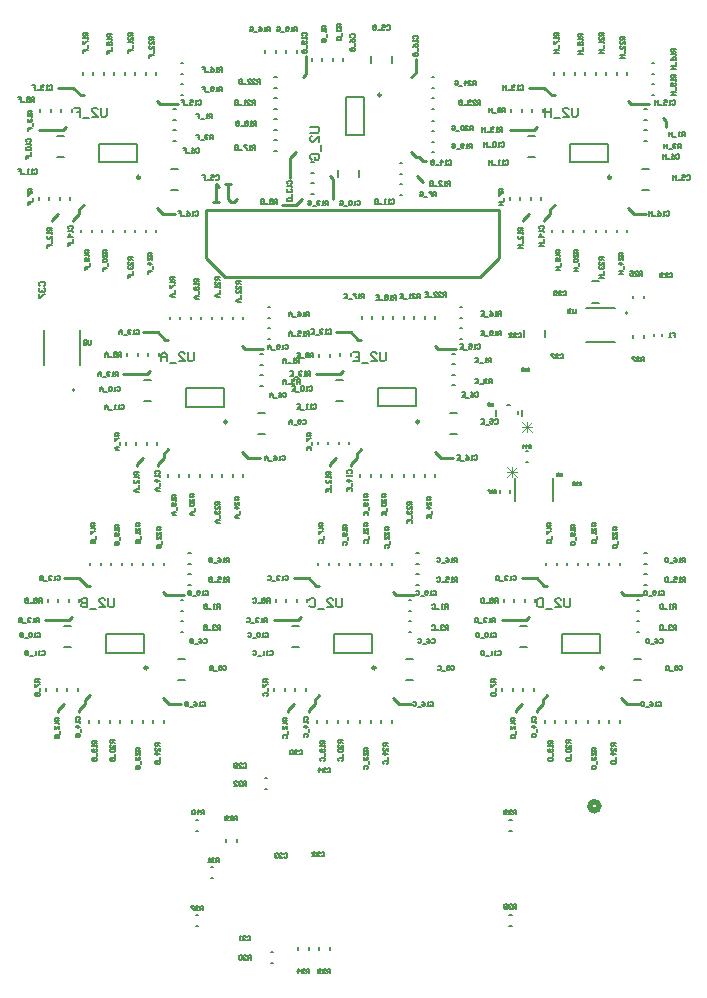
<source format=gbo>
G04*
G04 #@! TF.GenerationSoftware,Altium Limited,Altium Designer,25.2.1 (25)*
G04*
G04 Layer_Color=32896*
%FSLAX44Y44*%
%MOMM*%
G71*
G04*
G04 #@! TF.SameCoordinates,A62A8BF0-09D3-4B49-8205-903BADA368B5*
G04*
G04*
G04 #@! TF.FilePolarity,Positive*
G04*
G01*
G75*
%ADD10C,0.1524*%
%ADD11C,0.2000*%
%ADD12C,0.2500*%
%ADD13C,0.5080*%
%ADD14C,0.1270*%
%ADD15C,0.2540*%
%ADD16C,0.0762*%
D10*
X425843Y481305D02*
G03*
X425843Y478815I2782J-1245D01*
G01*
X423418Y405765D02*
Y424815D01*
X455422Y405765D02*
Y424815D01*
X428625Y477664D02*
Y482456D01*
X416435Y487045D02*
X419225D01*
X407035Y477664D02*
Y482456D01*
D11*
X50120Y499740D02*
G03*
X50120Y499740I-1000J0D01*
G01*
X518500Y564870D02*
G03*
X518500Y564870I-1000J0D01*
G01*
X469600Y692710D02*
X501600D01*
X469600Y708210D02*
X501600D01*
Y692710D02*
Y708210D01*
X469600Y692710D02*
Y708210D01*
X295350Y715980D02*
Y747980D01*
X279850Y715980D02*
Y747980D01*
X295350D01*
X279850Y715980D02*
X295350D01*
X70820Y692710D02*
X102820D01*
X70820Y708210D02*
X102820D01*
Y692710D02*
Y708210D01*
X70820Y692710D02*
Y708210D01*
X307040Y485820D02*
X339040D01*
X307040Y501320D02*
X339040D01*
Y485820D02*
Y501320D01*
X307040Y485820D02*
Y501320D01*
X463250Y277420D02*
X495250D01*
X463250Y292920D02*
X495250D01*
Y277420D02*
Y292920D01*
X463250Y277420D02*
Y292920D01*
X270210Y277420D02*
X302210D01*
X270210Y292920D02*
X302210D01*
Y277420D02*
Y292920D01*
X270210Y277420D02*
Y292920D01*
X77170Y277420D02*
X109170D01*
X77170Y292920D02*
X109170D01*
Y277420D02*
Y292920D01*
X77170Y277420D02*
Y292920D01*
X144480Y485700D02*
X176480D01*
X144480Y501200D02*
X176480D01*
Y485700D02*
Y501200D01*
X144480Y485700D02*
Y501200D01*
X540630Y545140D02*
Y547140D01*
X547630Y545140D02*
Y547140D01*
D12*
X504350Y679710D02*
G03*
X504350Y679710I-1250J0D01*
G01*
X309600Y749480D02*
G03*
X309600Y749480I-1250J0D01*
G01*
X105570Y679710D02*
G03*
X105570Y679710I-1250J0D01*
G01*
X341790Y472820D02*
G03*
X341790Y472820I-1250J0D01*
G01*
X498000Y264420D02*
G03*
X498000Y264420I-1250J0D01*
G01*
X304960D02*
G03*
X304960Y264420I-1250J0D01*
G01*
X111920D02*
G03*
X111920Y264420I-1250J0D01*
G01*
X179230Y472700D02*
G03*
X179230Y472700I-1250J0D01*
G01*
D13*
X494030Y147320D02*
G03*
X494030Y147320I-3810J0D01*
G01*
D14*
X54720Y520940D02*
Y550940D01*
X24020Y520940D02*
Y550940D01*
X482800Y569420D02*
X507800D01*
X482800Y540320D02*
X507800D01*
X418950Y412876D02*
Y415076D01*
X409950Y412876D02*
Y415076D01*
X431970Y447730D02*
X434170D01*
X431970Y438730D02*
X434170D01*
X152570Y135310D02*
X154770D01*
X152570Y126310D02*
X154770D01*
X418000D02*
X420200D01*
X418000Y135310D02*
X420200D01*
X418000Y46300D02*
X420200D01*
X418000Y55300D02*
X420200D01*
X152570D02*
X154770D01*
X152570Y46300D02*
X154770D01*
X239340Y25570D02*
Y27770D01*
X248340Y25570D02*
Y27770D01*
X257120Y25570D02*
Y27770D01*
X266120Y25570D02*
Y27770D01*
X210990Y170870D02*
X213190D01*
X210990Y161870D02*
X213190D01*
X165270Y95940D02*
X167470D01*
X165270Y86940D02*
X167470D01*
X216070Y23550D02*
X218270D01*
X216070Y14550D02*
X218270D01*
X178380Y117010D02*
Y119210D01*
X187380Y117010D02*
Y119210D01*
X532206Y544168D02*
Y546368D01*
X523206Y544168D02*
Y546368D01*
X532206Y577380D02*
Y579580D01*
X523206Y577380D02*
Y579580D01*
X518040Y633320D02*
Y635520D01*
X509040Y633320D02*
Y635520D01*
X352540Y764420D02*
X354740D01*
X352540Y755420D02*
X354740D01*
X119260Y633320D02*
Y635520D01*
X110260Y633320D02*
Y635520D01*
X355480Y426430D02*
Y428630D01*
X346480Y426430D02*
Y428630D01*
X511690Y218030D02*
Y220230D01*
X502690Y218030D02*
Y220230D01*
X318650Y218030D02*
Y220230D01*
X309650Y218030D02*
Y220230D01*
X125610Y218030D02*
Y220230D01*
X116610Y218030D02*
Y220230D01*
X192920Y426310D02*
Y428510D01*
X183920Y426310D02*
Y428510D01*
X491260Y633320D02*
Y635520D01*
X500260Y633320D02*
Y635520D01*
X352540Y737640D02*
X354740D01*
X352540Y746640D02*
X354740D01*
X92480Y633320D02*
Y635520D01*
X101480Y633320D02*
Y635520D01*
X328700Y426430D02*
Y428630D01*
X337700Y426430D02*
Y428630D01*
X484910Y218030D02*
Y220230D01*
X493910Y218030D02*
Y220230D01*
X291870Y218030D02*
Y220230D01*
X300870Y218030D02*
Y220230D01*
X98830Y218030D02*
Y220230D01*
X107830Y218030D02*
Y220230D01*
X166140Y426310D02*
Y428510D01*
X175140Y426310D02*
Y428510D01*
X509160Y766670D02*
Y768870D01*
X518160Y766670D02*
Y768870D01*
X219190Y755540D02*
X221390D01*
X219190Y764540D02*
X221390D01*
X110380Y766670D02*
Y768870D01*
X119380Y766670D02*
Y768870D01*
X346600Y559780D02*
Y561980D01*
X355600Y559780D02*
Y561980D01*
X502810Y351380D02*
Y353580D01*
X511810Y351380D02*
Y353580D01*
X309770Y351380D02*
Y353580D01*
X318770Y351380D02*
Y353580D01*
X116730Y351380D02*
Y353580D01*
X125730Y351380D02*
Y353580D01*
X184040Y559660D02*
Y561860D01*
X193040Y559660D02*
Y561860D01*
X500380Y766670D02*
Y768870D01*
X491380Y766670D02*
Y768870D01*
X219190Y746760D02*
X221390D01*
X219190Y737760D02*
X221390D01*
X101600Y766670D02*
Y768870D01*
X92600Y766670D02*
Y768870D01*
X337820Y559780D02*
Y561980D01*
X328820Y559780D02*
Y561980D01*
X494030Y351380D02*
Y353580D01*
X485030Y351380D02*
Y353580D01*
X300990Y351380D02*
Y353580D01*
X291990Y351380D02*
Y353580D01*
X107950Y351380D02*
Y353580D01*
X98950Y351380D02*
Y353580D01*
X175260Y559660D02*
Y561860D01*
X166260Y559660D02*
Y561860D01*
X481210Y633320D02*
Y635520D01*
X472210Y633320D02*
Y635520D01*
X352540Y727590D02*
X354740D01*
X352540Y718590D02*
X354740D01*
X82430Y633320D02*
Y635520D01*
X73430Y633320D02*
Y635520D01*
X318650Y426430D02*
Y428630D01*
X309650Y426430D02*
Y428630D01*
X474860Y218030D02*
Y220230D01*
X465860Y218030D02*
Y220230D01*
X281820Y218030D02*
Y220230D01*
X272820Y218030D02*
Y220230D01*
X88780Y218030D02*
Y220230D01*
X79780Y218030D02*
Y220230D01*
X156090Y426310D02*
Y428510D01*
X147090Y426310D02*
Y428510D01*
X454430Y633320D02*
Y635520D01*
X463430Y633320D02*
Y635520D01*
X352540Y700810D02*
X354740D01*
X352540Y709810D02*
X354740D01*
X55650Y633320D02*
Y635520D01*
X64650Y633320D02*
Y635520D01*
X291870Y426430D02*
Y428630D01*
X300870Y426430D02*
Y428630D01*
X448080Y218030D02*
Y220230D01*
X457080Y218030D02*
Y220230D01*
X255040Y218030D02*
Y220230D01*
X264040Y218030D02*
Y220230D01*
X62000Y218030D02*
Y220230D01*
X71000Y218030D02*
Y220230D01*
X129310Y426310D02*
Y428510D01*
X138310Y426310D02*
Y428510D01*
X473600Y766670D02*
Y768870D01*
X482600Y766670D02*
Y768870D01*
X219190Y719980D02*
X221390D01*
X219190Y728980D02*
X221390D01*
X74820Y766670D02*
Y768870D01*
X83820Y766670D02*
Y768870D01*
X311040Y559780D02*
Y561980D01*
X320040Y559780D02*
Y561980D01*
X467250Y351380D02*
Y353580D01*
X476250Y351380D02*
Y353580D01*
X274210Y351380D02*
Y353580D01*
X283210Y351380D02*
Y353580D01*
X81170Y351380D02*
Y353580D01*
X90170Y351380D02*
Y353580D01*
X148480Y559660D02*
Y561860D01*
X157480Y559660D02*
Y561860D01*
X464820Y766670D02*
Y768870D01*
X455820Y766670D02*
Y768870D01*
X219190Y711200D02*
X221390D01*
X219190Y702200D02*
X221390D01*
X66040Y766670D02*
Y768870D01*
X57040Y766670D02*
Y768870D01*
X302260Y559780D02*
Y561980D01*
X293260Y559780D02*
Y561980D01*
X458470Y351380D02*
Y353580D01*
X449470Y351380D02*
Y353580D01*
X265430Y351380D02*
Y353580D01*
X256430Y351380D02*
Y353580D01*
X72390Y351380D02*
Y353580D01*
X63390Y351380D02*
Y353580D01*
X139700Y559660D02*
Y561860D01*
X130700Y559660D02*
Y561860D01*
X538650Y776660D02*
X540850D01*
X538650Y767660D02*
X540850D01*
X211400Y785030D02*
Y787230D01*
X220400Y785030D02*
Y787230D01*
X139870Y776660D02*
X142070D01*
X139870Y767660D02*
X142070D01*
X376090Y569770D02*
X378290D01*
X376090Y560770D02*
X378290D01*
X532300Y361370D02*
X534500D01*
X532300Y352370D02*
X534500D01*
X339260Y361370D02*
X341460D01*
X339260Y352370D02*
X341460D01*
X146220Y361370D02*
X148420D01*
X146220Y352370D02*
X148420D01*
X213530Y569650D02*
X215730D01*
X213530Y560650D02*
X215730D01*
X538650Y758880D02*
X540850D01*
X538650Y749880D02*
X540850D01*
X229180Y785030D02*
Y787230D01*
X238180Y785030D02*
Y787230D01*
X139870Y758880D02*
X142070D01*
X139870Y749880D02*
X142070D01*
X376090Y551990D02*
X378290D01*
X376090Y542990D02*
X378290D01*
X532300Y343590D02*
X534500D01*
X532300Y334590D02*
X534500D01*
X339260Y343590D02*
X341460D01*
X339260Y334590D02*
X341460D01*
X146220Y343590D02*
X148420D01*
X146220Y334590D02*
X148420D01*
X213530Y551870D02*
X215730D01*
X213530Y542870D02*
X215730D01*
X446460Y735500D02*
Y737700D01*
X437460Y735500D02*
Y737700D01*
X250360Y692840D02*
X252560D01*
X250360Y683840D02*
X252560D01*
X47680Y735500D02*
Y737700D01*
X38680Y735500D02*
Y737700D01*
X283900Y528610D02*
Y530810D01*
X274900Y528610D02*
Y530810D01*
X440110Y320210D02*
Y322410D01*
X431110Y320210D02*
Y322410D01*
X247070Y320210D02*
Y322410D01*
X238070Y320210D02*
Y322410D01*
X54030Y320210D02*
Y322410D01*
X45030Y320210D02*
Y322410D01*
X121340Y528490D02*
Y530690D01*
X112340Y528490D02*
Y530690D01*
X445190Y660570D02*
Y662770D01*
X436190Y660570D02*
Y662770D01*
X325290Y691570D02*
X327490D01*
X325290Y682570D02*
X327490D01*
X46410Y660570D02*
Y662770D01*
X37410Y660570D02*
Y662770D01*
X282630Y453680D02*
Y455880D01*
X273630Y453680D02*
Y455880D01*
X438840Y245280D02*
Y247480D01*
X429840Y245280D02*
Y247480D01*
X245800Y245280D02*
Y247480D01*
X236800Y245280D02*
Y247480D01*
X52760Y245280D02*
Y247480D01*
X43760Y245280D02*
Y247480D01*
X120070Y453560D02*
Y455760D01*
X111070Y453560D02*
Y455760D01*
X428680Y735500D02*
Y737700D01*
X419680Y735500D02*
Y737700D01*
X250360Y675060D02*
X252560D01*
X250360Y666060D02*
X252560D01*
X29900Y735500D02*
Y737700D01*
X20900Y735500D02*
Y737700D01*
X266120Y527910D02*
Y530110D01*
X257120Y527910D02*
Y530110D01*
X422330Y320210D02*
Y322410D01*
X413330Y320210D02*
Y322410D01*
X229290Y320210D02*
Y322410D01*
X220290Y320210D02*
Y322410D01*
X36250Y320210D02*
Y322410D01*
X27250Y320210D02*
Y322410D01*
X103560Y528490D02*
Y530690D01*
X94560Y528490D02*
Y530690D01*
X427410Y660570D02*
Y662770D01*
X418410Y660570D02*
Y662770D01*
X325290Y673790D02*
X327490D01*
X325290Y664790D02*
X327490D01*
X28630Y660570D02*
Y662770D01*
X19630Y660570D02*
Y662770D01*
X264850Y453680D02*
Y455880D01*
X255850Y453680D02*
Y455880D01*
X421060Y245280D02*
Y247480D01*
X412060Y245280D02*
Y247480D01*
X228020Y245280D02*
Y247480D01*
X219020Y245280D02*
Y247480D01*
X34980Y245280D02*
Y247480D01*
X25980Y245280D02*
Y247480D01*
X102290Y453560D02*
Y455760D01*
X93290Y453560D02*
Y455760D01*
X532300Y719510D02*
X534500D01*
X532300Y710510D02*
X534500D01*
X268550Y778680D02*
Y780880D01*
X277550Y778680D02*
Y780880D01*
X133520Y719510D02*
X135720D01*
X133520Y710510D02*
X135720D01*
X369740Y512620D02*
X371940D01*
X369740Y503620D02*
X371940D01*
X525950Y304220D02*
X528150D01*
X525950Y295220D02*
X528150D01*
X332910Y304220D02*
X335110D01*
X332910Y295220D02*
X335110D01*
X139870Y304220D02*
X142070D01*
X139870Y295220D02*
X142070D01*
X207180Y512500D02*
X209380D01*
X207180Y503500D02*
X209380D01*
X532300Y728290D02*
X534500D01*
X532300Y737290D02*
X534500D01*
X259770Y778680D02*
Y780880D01*
X250770Y778680D02*
Y780880D01*
X133520Y728290D02*
X135720D01*
X133520Y737290D02*
X135720D01*
X369740Y521400D02*
X371940D01*
X369740Y530400D02*
X371940D01*
X525950Y313000D02*
X528150D01*
X525950Y322000D02*
X528150D01*
X332910Y313000D02*
X335110D01*
X332910Y322000D02*
X335110D01*
X139870Y313000D02*
X142070D01*
X139870Y322000D02*
X142070D01*
X207180Y521280D02*
X209380D01*
X207180Y530280D02*
X209380D01*
X488210Y573650D02*
X494010D01*
X488210Y591650D02*
X494010D01*
X448420Y544470D02*
Y550270D01*
X430420Y544470D02*
Y550270D01*
X433980Y697120D02*
X439780D01*
X433980Y715120D02*
X439780D01*
X290940Y680360D02*
Y686160D01*
X272940Y680360D02*
Y686160D01*
X35200Y697120D02*
X41000D01*
X35200Y715120D02*
X41000D01*
X271420Y490230D02*
X277220D01*
X271420Y508230D02*
X277220D01*
X427630Y281830D02*
X433430D01*
X427630Y299830D02*
X433430D01*
X234590Y281830D02*
X240390D01*
X234590Y299830D02*
X240390D01*
X41550Y281830D02*
X47350D01*
X41550Y299830D02*
X47350D01*
X108860Y490110D02*
X114660D01*
X108860Y508110D02*
X114660D01*
X530500Y669180D02*
X536300D01*
X530500Y687180D02*
X536300D01*
X318880Y776880D02*
Y782680D01*
X300880Y776880D02*
Y782680D01*
X131720Y669180D02*
X137520D01*
X131720Y687180D02*
X137520D01*
X367940Y462290D02*
X373740D01*
X367940Y480290D02*
X373740D01*
X524150Y253890D02*
X529950D01*
X524150Y271890D02*
X529950D01*
X331110Y253890D02*
X336910D01*
X331110Y271890D02*
X336910D01*
X138070Y253890D02*
X143870D01*
X138070Y271890D02*
X143870D01*
X205380Y462170D02*
X211180D01*
X205380Y480170D02*
X211180D01*
X64134Y541654D02*
Y538480D01*
X63499Y537846D01*
X62230D01*
X61595Y538480D01*
Y541654D01*
X60325Y538480D02*
X59690Y537846D01*
X58421D01*
X57786Y538480D01*
Y541020D01*
X58421Y541654D01*
X59690D01*
X60325Y541020D01*
Y540385D01*
X59690Y539750D01*
X57786D01*
X21167Y587586D02*
X20321Y588432D01*
Y590125D01*
X21167Y590971D01*
X24553D01*
X25399Y590125D01*
Y588432D01*
X24553Y587586D01*
X21167Y585893D02*
X20321Y585046D01*
Y583354D01*
X21167Y582507D01*
X22014D01*
X22860Y583354D01*
Y584200D01*
Y583354D01*
X23706Y582507D01*
X24553D01*
X25399Y583354D01*
Y585046D01*
X24553Y585893D01*
X20321Y580815D02*
Y577429D01*
X21167D01*
X24553Y580815D01*
X25399D01*
X463126Y429260D02*
Y427144D01*
X462703Y426720D01*
X461856D01*
X461433Y427144D01*
Y429260D01*
X460587Y428836D02*
X460164Y429260D01*
X459317D01*
X458894Y428836D01*
Y428413D01*
X459317Y427990D01*
X458894Y427567D01*
Y427144D01*
X459317Y426720D01*
X460164D01*
X460587Y427144D01*
Y427567D01*
X460164Y427990D01*
X460587Y428413D01*
Y428836D01*
X460164Y427990D02*
X459317D01*
X404706Y488950D02*
Y486834D01*
X404283Y486410D01*
X403436D01*
X403013Y486834D01*
Y488950D01*
X400474D02*
X401320Y488526D01*
X402167Y487680D01*
Y486834D01*
X401744Y486410D01*
X400897D01*
X400474Y486834D01*
Y487257D01*
X400897Y487680D01*
X402167D01*
X407246Y412750D02*
Y415290D01*
X405976D01*
X405553Y414866D01*
Y414020D01*
X405976Y413597D01*
X407246D01*
X406399D02*
X405553Y412750D01*
X403437D02*
Y415290D01*
X404706Y414020D01*
X403014D01*
X402167Y415290D02*
X400474D01*
Y414866D01*
X402167Y413174D01*
Y412750D01*
X436456Y450850D02*
Y453390D01*
X435186D01*
X434763Y452966D01*
Y452120D01*
X435186Y451697D01*
X436456D01*
X435609D02*
X434763Y450850D01*
X432647D02*
Y453390D01*
X433916Y452120D01*
X432224D01*
X430108Y450850D02*
Y453390D01*
X431377Y452120D01*
X429684D01*
X477327Y421216D02*
X477750Y421640D01*
X478596D01*
X479019Y421216D01*
Y419524D01*
X478596Y419100D01*
X477750D01*
X477327Y419524D01*
X476480Y421216D02*
X476057Y421640D01*
X475210D01*
X474787Y421216D01*
Y420793D01*
X475210Y420370D01*
X475634D01*
X475210D01*
X474787Y419947D01*
Y419524D01*
X475210Y419100D01*
X476057D01*
X476480Y419524D01*
X472248Y421640D02*
X473941D01*
Y420370D01*
X473094Y420793D01*
X472671D01*
X472248Y420370D01*
Y419524D01*
X472671Y419100D01*
X473518D01*
X473941Y419524D01*
X433281Y517736D02*
X433704Y518160D01*
X434551D01*
X434974Y517736D01*
Y516044D01*
X434551Y515620D01*
X433704D01*
X433281Y516044D01*
X432435Y515620D02*
X431588D01*
X432012D01*
Y518160D01*
X432435Y517736D01*
X430319D02*
X429896Y518160D01*
X429049D01*
X428626Y517736D01*
Y517313D01*
X429049Y516890D01*
X428626Y516467D01*
Y516044D01*
X429049Y515620D01*
X429896D01*
X430319Y516044D01*
Y516467D01*
X429896Y516890D01*
X430319Y517313D01*
Y517736D01*
X429896Y516890D02*
X429049D01*
X276856Y323214D02*
Y316866D01*
X275586Y315596D01*
X273047D01*
X271777Y316866D01*
Y323214D01*
X264160Y315596D02*
X269238D01*
X264160Y320674D01*
Y321944D01*
X265429Y323214D01*
X267968D01*
X269238Y321944D01*
X261620Y314326D02*
X256542D01*
X248925Y321944D02*
X250194Y323214D01*
X252733D01*
X254003Y321944D01*
Y316866D01*
X252733Y315596D01*
X250194D01*
X248925Y316866D01*
X227329Y106680D02*
X227964Y107314D01*
X229234D01*
X229868Y106680D01*
Y104140D01*
X229234Y103506D01*
X227964D01*
X227329Y104140D01*
X226060Y106680D02*
X225425Y107314D01*
X224155D01*
X223520Y106680D01*
Y106045D01*
X224155Y105410D01*
X224790D01*
X224155D01*
X223520Y104775D01*
Y104140D01*
X224155Y103506D01*
X225425D01*
X226060Y104140D01*
X222251Y106680D02*
X221616Y107314D01*
X220346D01*
X219712Y106680D01*
Y106045D01*
X220346Y105410D01*
X220981D01*
X220346D01*
X219712Y104775D01*
Y104140D01*
X220346Y103506D01*
X221616D01*
X222251Y104140D01*
X264159Y179070D02*
X264794Y179704D01*
X266064D01*
X266698Y179070D01*
Y176530D01*
X266064Y175896D01*
X264794D01*
X264159Y176530D01*
X262890Y179070D02*
X262255Y179704D01*
X260985D01*
X260350Y179070D01*
Y178435D01*
X260985Y177800D01*
X261620D01*
X260985D01*
X260350Y177165D01*
Y176530D01*
X260985Y175896D01*
X262255D01*
X262890Y176530D01*
X257176Y175896D02*
Y179704D01*
X259081Y177800D01*
X256542D01*
X474344Y568324D02*
Y565150D01*
X473709Y564516D01*
X472440D01*
X471805Y565150D01*
Y568324D01*
X470535Y567690D02*
X469900Y568324D01*
X468631D01*
X467996Y567690D01*
Y567055D01*
X468631Y566420D01*
X469266D01*
X468631D01*
X467996Y565785D01*
Y565150D01*
X468631Y564516D01*
X469900D01*
X470535Y565150D01*
X160018Y140336D02*
Y144144D01*
X158114D01*
X157479Y143510D01*
Y142240D01*
X158114Y141605D01*
X160018D01*
X158749D02*
X157479Y140336D01*
X154305D02*
Y144144D01*
X156210Y142240D01*
X153670D01*
X152401Y143510D02*
X151766Y144144D01*
X150496D01*
X149862Y143510D01*
Y140970D01*
X150496Y140336D01*
X151766D01*
X152401Y140970D01*
Y143510D01*
X424178Y140336D02*
Y144144D01*
X422274D01*
X421639Y143510D01*
Y142240D01*
X422274Y141605D01*
X424178D01*
X422909D02*
X421639Y140336D01*
X420370Y143510D02*
X419735Y144144D01*
X418465D01*
X417830Y143510D01*
Y142875D01*
X418465Y142240D01*
X419100D01*
X418465D01*
X417830Y141605D01*
Y140970D01*
X418465Y140336D01*
X419735D01*
X420370Y140970D01*
X416561D02*
X415926Y140336D01*
X414656D01*
X414022Y140970D01*
Y143510D01*
X414656Y144144D01*
X415926D01*
X416561Y143510D01*
Y142875D01*
X415926Y142240D01*
X414022D01*
X424178Y60326D02*
Y64134D01*
X422274D01*
X421639Y63500D01*
Y62230D01*
X422274Y61595D01*
X424178D01*
X422909D02*
X421639Y60326D01*
X420370Y63500D02*
X419735Y64134D01*
X418465D01*
X417830Y63500D01*
Y62865D01*
X418465Y62230D01*
X419100D01*
X418465D01*
X417830Y61595D01*
Y60960D01*
X418465Y60326D01*
X419735D01*
X420370Y60960D01*
X416561Y63500D02*
X415926Y64134D01*
X414656D01*
X414022Y63500D01*
Y62865D01*
X414656Y62230D01*
X414022Y61595D01*
Y60960D01*
X414656Y60326D01*
X415926D01*
X416561Y60960D01*
Y61595D01*
X415926Y62230D01*
X416561Y62865D01*
Y63500D01*
X415926Y62230D02*
X414656D01*
X158748Y59056D02*
Y62864D01*
X156844D01*
X156209Y62230D01*
Y60960D01*
X156844Y60325D01*
X158748D01*
X157479D02*
X156209Y59056D01*
X154940Y62230D02*
X154305Y62864D01*
X153035D01*
X152400Y62230D01*
Y61595D01*
X153035Y60960D01*
X153670D01*
X153035D01*
X152400Y60325D01*
Y59690D01*
X153035Y59056D01*
X154305D01*
X154940Y59690D01*
X151131Y62864D02*
X148592D01*
Y62230D01*
X151131Y59690D01*
Y59056D01*
X248918Y5716D02*
Y9524D01*
X247014D01*
X246379Y8890D01*
Y7620D01*
X247014Y6985D01*
X248918D01*
X247649D02*
X246379Y5716D01*
X245110Y8890D02*
X244475Y9524D01*
X243205D01*
X242570Y8890D01*
Y8255D01*
X243205Y7620D01*
X243840D01*
X243205D01*
X242570Y6985D01*
Y6350D01*
X243205Y5716D01*
X244475D01*
X245110Y6350D01*
X239396Y5716D02*
Y9524D01*
X241301Y7620D01*
X238762D01*
X266698Y5716D02*
Y9524D01*
X264794D01*
X264159Y8890D01*
Y7620D01*
X264794Y6985D01*
X266698D01*
X265429D02*
X264159Y5716D01*
X262890Y8890D02*
X262255Y9524D01*
X260985D01*
X260350Y8890D01*
Y8255D01*
X260985Y7620D01*
X261620D01*
X260985D01*
X260350Y6985D01*
Y6350D01*
X260985Y5716D01*
X262255D01*
X262890Y6350D01*
X259081Y8890D02*
X258446Y9524D01*
X257176D01*
X256542Y8890D01*
Y8255D01*
X257176Y7620D01*
X257811D01*
X257176D01*
X256542Y6985D01*
Y6350D01*
X257176Y5716D01*
X258446D01*
X259081Y6350D01*
X195578Y164466D02*
Y168274D01*
X193674D01*
X193039Y167640D01*
Y166370D01*
X193674Y165735D01*
X195578D01*
X194309D02*
X193039Y164466D01*
X191770Y167640D02*
X191135Y168274D01*
X189865D01*
X189230Y167640D01*
Y167005D01*
X189865Y166370D01*
X190500D01*
X189865D01*
X189230Y165735D01*
Y165100D01*
X189865Y164466D01*
X191135D01*
X191770Y165100D01*
X185422Y164466D02*
X187961D01*
X185422Y167005D01*
Y167640D01*
X186056Y168274D01*
X187326D01*
X187961Y167640D01*
X172084Y99696D02*
Y103504D01*
X170179D01*
X169544Y102870D01*
Y101600D01*
X170179Y100965D01*
X172084D01*
X170814D02*
X169544Y99696D01*
X168275Y102870D02*
X167640Y103504D01*
X166370D01*
X165736Y102870D01*
Y102235D01*
X166370Y101600D01*
X167005D01*
X166370D01*
X165736Y100965D01*
Y100330D01*
X166370Y99696D01*
X167640D01*
X168275Y100330D01*
X164466Y99696D02*
X163196D01*
X163831D01*
Y103504D01*
X164466Y102870D01*
X199388Y17146D02*
Y20954D01*
X197484D01*
X196849Y20320D01*
Y19050D01*
X197484Y18415D01*
X199388D01*
X198119D02*
X196849Y17146D01*
X195580Y20320D02*
X194945Y20954D01*
X193675D01*
X193040Y20320D01*
Y19685D01*
X193675Y19050D01*
X194310D01*
X193675D01*
X193040Y18415D01*
Y17780D01*
X193675Y17146D01*
X194945D01*
X195580Y17780D01*
X191771Y20320D02*
X191136Y20954D01*
X189866D01*
X189232Y20320D01*
Y17780D01*
X189866Y17146D01*
X191136D01*
X191771Y17780D01*
Y20320D01*
X187958Y135256D02*
Y139064D01*
X186054D01*
X185419Y138430D01*
Y137160D01*
X186054Y136525D01*
X187958D01*
X186689D02*
X185419Y135256D01*
X181610D02*
X184150D01*
X181610Y137795D01*
Y138430D01*
X182245Y139064D01*
X183515D01*
X184150Y138430D01*
X180341Y135890D02*
X179706Y135256D01*
X178436D01*
X177802Y135890D01*
Y138430D01*
X178436Y139064D01*
X179706D01*
X180341Y138430D01*
Y137795D01*
X179706Y137160D01*
X177802D01*
X532128Y523876D02*
Y527684D01*
X530224D01*
X529589Y527050D01*
Y525780D01*
X530224Y525145D01*
X532128D01*
X530859D02*
X529589Y523876D01*
X525780D02*
X528320D01*
X525780Y526415D01*
Y527050D01*
X526415Y527684D01*
X527685D01*
X528320Y527050D01*
X524511Y527684D02*
X521972D01*
Y527050D01*
X524511Y524510D01*
Y523876D01*
X530858Y596266D02*
Y600074D01*
X528954D01*
X528319Y599440D01*
Y598170D01*
X528954Y597535D01*
X530858D01*
X529589D02*
X528319Y596266D01*
X524510D02*
X527050D01*
X524510Y598805D01*
Y599440D01*
X525145Y600074D01*
X526415D01*
X527050Y599440D01*
X520702Y600074D02*
X523241D01*
Y598170D01*
X521971Y598805D01*
X521336D01*
X520702Y598170D01*
Y596900D01*
X521336Y596266D01*
X522606D01*
X523241Y596900D01*
X556260Y548004D02*
X558799D01*
Y546100D01*
X557530D01*
X558799D01*
Y544196D01*
X554990D02*
X553721D01*
X554356D01*
Y548004D01*
X554990Y547370D01*
X259079Y107950D02*
X259714Y108584D01*
X260984D01*
X261618Y107950D01*
Y105410D01*
X260984Y104776D01*
X259714D01*
X259079Y105410D01*
X257810Y107950D02*
X257175Y108584D01*
X255905D01*
X255270Y107950D01*
Y107315D01*
X255905Y106680D01*
X256540D01*
X255905D01*
X255270Y106045D01*
Y105410D01*
X255905Y104776D01*
X257175D01*
X257810Y105410D01*
X251462Y104776D02*
X254001D01*
X251462Y107315D01*
Y107950D01*
X252096Y108584D01*
X253366D01*
X254001Y107950D01*
X196214Y36830D02*
X196849Y37464D01*
X198119D01*
X198754Y36830D01*
Y34290D01*
X198119Y33656D01*
X196849D01*
X196214Y34290D01*
X194945Y36830D02*
X194310Y37464D01*
X193040D01*
X192406Y36830D01*
Y36195D01*
X193040Y35560D01*
X193675D01*
X193040D01*
X192406Y34925D01*
Y34290D01*
X193040Y33656D01*
X194310D01*
X194945Y34290D01*
X191136Y33656D02*
X189866D01*
X190501D01*
Y37464D01*
X191136Y36830D01*
X240029Y194310D02*
X240664Y194944D01*
X241934D01*
X242568Y194310D01*
Y191770D01*
X241934Y191136D01*
X240664D01*
X240029Y191770D01*
X238760Y194310D02*
X238125Y194944D01*
X236855D01*
X236220Y194310D01*
Y193675D01*
X236855Y193040D01*
X237490D01*
X236855D01*
X236220Y192405D01*
Y191770D01*
X236855Y191136D01*
X238125D01*
X238760Y191770D01*
X234951Y194310D02*
X234316Y194944D01*
X233046D01*
X232412Y194310D01*
Y191770D01*
X233046Y191136D01*
X234316D01*
X234951Y191770D01*
Y194310D01*
X193039Y182880D02*
X193674Y183514D01*
X194944D01*
X195578Y182880D01*
Y180340D01*
X194944Y179706D01*
X193674D01*
X193039Y180340D01*
X189230Y179706D02*
X191770D01*
X189230Y182245D01*
Y182880D01*
X189865Y183514D01*
X191135D01*
X191770Y182880D01*
X187961Y180340D02*
X187326Y179706D01*
X186056D01*
X185422Y180340D01*
Y182880D01*
X186056Y183514D01*
X187326D01*
X187961Y182880D01*
Y182245D01*
X187326Y181610D01*
X185422D01*
X461009Y529590D02*
X461644Y530224D01*
X462914D01*
X463548Y529590D01*
Y527050D01*
X462914Y526416D01*
X461644D01*
X461009Y527050D01*
X457200Y526416D02*
X459740D01*
X457200Y528955D01*
Y529590D01*
X457835Y530224D01*
X459105D01*
X459740Y529590D01*
X455931Y530224D02*
X453392D01*
Y529590D01*
X455931Y527050D01*
Y526416D01*
X463549Y582930D02*
X464184Y583564D01*
X465454D01*
X466088Y582930D01*
Y580390D01*
X465454Y579756D01*
X464184D01*
X463549Y580390D01*
X459740Y579756D02*
X462280D01*
X459740Y582295D01*
Y582930D01*
X460375Y583564D01*
X461645D01*
X462280Y582930D01*
X455932Y583564D02*
X458471D01*
Y581660D01*
X457201Y582295D01*
X456566D01*
X455932Y581660D01*
Y580390D01*
X456566Y579756D01*
X457836D01*
X458471Y580390D01*
X553719Y598170D02*
X554354Y598804D01*
X555624D01*
X556258Y598170D01*
Y595630D01*
X555624Y594996D01*
X554354D01*
X553719Y595630D01*
X549910Y594996D02*
X552450D01*
X549910Y597535D01*
Y598170D01*
X550545Y598804D01*
X551815D01*
X552450Y598170D01*
X548641D02*
X548006Y598804D01*
X546736D01*
X546102Y598170D01*
Y597535D01*
X546736Y596900D01*
X547371D01*
X546736D01*
X546102Y596265D01*
Y595630D01*
X546736Y594996D01*
X548006D01*
X548641Y595630D01*
X425449Y547370D02*
X426084Y548004D01*
X427354D01*
X427988Y547370D01*
Y544830D01*
X427354Y544196D01*
X426084D01*
X425449Y544830D01*
X421640Y544196D02*
X424180D01*
X421640Y546735D01*
Y547370D01*
X422275Y548004D01*
X423545D01*
X424180Y547370D01*
X417832Y544196D02*
X420371D01*
X417832Y546735D01*
Y547370D01*
X418466Y548004D01*
X419736D01*
X420371Y547370D01*
X476245Y738504D02*
Y732156D01*
X474976Y730886D01*
X472437D01*
X471167Y732156D01*
Y738504D01*
X463550Y730886D02*
X468628D01*
X463550Y735964D01*
Y737234D01*
X464819Y738504D01*
X467358D01*
X468628Y737234D01*
X461010Y729616D02*
X455932D01*
X453393Y738504D02*
Y730886D01*
Y734695D01*
X448315D01*
Y738504D01*
Y730886D01*
X249556Y722626D02*
X255904D01*
X257174Y721356D01*
Y718817D01*
X255904Y717547D01*
X249556D01*
X257174Y709930D02*
Y715008D01*
X252096Y709930D01*
X250826D01*
X249556Y711199D01*
Y713738D01*
X250826Y715008D01*
X258444Y707390D02*
Y702312D01*
X250826Y694695D02*
X249556Y695964D01*
Y698503D01*
X250826Y699773D01*
X255904D01*
X257174Y698503D01*
Y695964D01*
X255904Y694695D01*
X253365D01*
Y697234D01*
X77466Y738504D02*
Y732156D01*
X76196Y730886D01*
X73657D01*
X72387Y732156D01*
Y738504D01*
X64770Y730886D02*
X69848D01*
X64770Y735964D01*
Y737234D01*
X66039Y738504D01*
X68578D01*
X69848Y737234D01*
X62230Y729616D02*
X57152D01*
X49535Y738504D02*
X54613D01*
Y734695D01*
X52074D01*
X54613D01*
Y730886D01*
X313685Y531494D02*
Y525146D01*
X312416Y523876D01*
X309877D01*
X308607Y525146D01*
Y531494D01*
X300990Y523876D02*
X306068D01*
X300990Y528954D01*
Y530224D01*
X302259Y531494D01*
X304798D01*
X306068Y530224D01*
X298450Y522606D02*
X293372D01*
X285755Y531494D02*
X290833D01*
Y523876D01*
X285755D01*
X290833Y527685D02*
X288294D01*
X469896Y323214D02*
Y316866D01*
X468626Y315596D01*
X466087D01*
X464817Y316866D01*
Y323214D01*
X457200Y315596D02*
X462278D01*
X457200Y320674D01*
Y321944D01*
X458469Y323214D01*
X461008D01*
X462278Y321944D01*
X454660Y314326D02*
X449582D01*
X447043Y323214D02*
Y315596D01*
X443234D01*
X441964Y316866D01*
Y321944D01*
X443234Y323214D01*
X447043D01*
X83815D02*
Y316866D01*
X82546Y315596D01*
X80007D01*
X78737Y316866D01*
Y323214D01*
X71120Y315596D02*
X76198D01*
X71120Y320674D01*
Y321944D01*
X72389Y323214D01*
X74928D01*
X76198Y321944D01*
X68580Y314326D02*
X63502D01*
X60963Y323214D02*
Y315596D01*
X57154D01*
X55884Y316866D01*
Y318135D01*
X57154Y319405D01*
X60963D01*
X57154D01*
X55884Y320674D01*
Y321944D01*
X57154Y323214D01*
X60963D01*
X514667Y615947D02*
X510858D01*
Y614043D01*
X511493Y613408D01*
X512763D01*
X513397Y614043D01*
Y615947D01*
Y614678D02*
X514667Y613408D01*
Y609599D02*
Y612138D01*
X512128Y609599D01*
X511493D01*
X510858Y610234D01*
Y611504D01*
X511493Y612138D01*
X514667Y606425D02*
X510858D01*
X512763Y608330D01*
Y605790D01*
X515302Y604521D02*
Y601982D01*
X510858Y600712D02*
X514667D01*
X512763D01*
Y598173D01*
X510858D01*
X514667D01*
X389887Y757873D02*
Y761682D01*
X387983D01*
X387348Y761047D01*
Y759777D01*
X387983Y759143D01*
X389887D01*
X388618D02*
X387348Y757873D01*
X383539D02*
X386078D01*
X383539Y760412D01*
Y761047D01*
X384174Y761682D01*
X385444D01*
X386078Y761047D01*
X380365Y757873D02*
Y761682D01*
X382270Y759777D01*
X379730D01*
X378461Y757238D02*
X375922D01*
X372113Y761047D02*
X372748Y761682D01*
X374017D01*
X374652Y761047D01*
Y758508D01*
X374017Y757873D01*
X372748D01*
X372113Y758508D01*
Y759777D01*
X373382D01*
X115887Y615947D02*
X112078D01*
Y614043D01*
X112713Y613408D01*
X113983D01*
X114617Y614043D01*
Y615947D01*
Y614678D02*
X115887Y613408D01*
Y609599D02*
Y612138D01*
X113348Y609599D01*
X112713D01*
X112078Y610234D01*
Y611504D01*
X112713Y612138D01*
X115887Y606425D02*
X112078D01*
X113983Y608330D01*
Y605790D01*
X116522Y604521D02*
Y601982D01*
X112078Y598173D02*
Y600712D01*
X113983D01*
Y599442D01*
Y600712D01*
X115887D01*
X352107Y409057D02*
X348298D01*
Y407153D01*
X348933Y406518D01*
X350203D01*
X350837Y407153D01*
Y409057D01*
Y407788D02*
X352107Y406518D01*
Y402709D02*
Y405248D01*
X349568Y402709D01*
X348933D01*
X348298Y403344D01*
Y404614D01*
X348933Y405248D01*
X352107Y399535D02*
X348298D01*
X350203Y401440D01*
Y398900D01*
X352742Y397631D02*
Y395092D01*
X348298Y391283D02*
Y393822D01*
X352107D01*
Y391283D01*
X350203Y393822D02*
Y392552D01*
X508317Y200657D02*
X504508D01*
Y198753D01*
X505143Y198118D01*
X506413D01*
X507047Y198753D01*
Y200657D01*
Y199388D02*
X508317Y198118D01*
Y194309D02*
Y196848D01*
X505778Y194309D01*
X505143D01*
X504508Y194944D01*
Y196214D01*
X505143Y196848D01*
X508317Y191135D02*
X504508D01*
X506413Y193040D01*
Y190500D01*
X508952Y189231D02*
Y186692D01*
X504508Y185422D02*
X508317D01*
Y183518D01*
X507682Y182883D01*
X505143D01*
X504508Y183518D01*
Y185422D01*
X315277Y200657D02*
X311468D01*
Y198753D01*
X312103Y198118D01*
X313373D01*
X314007Y198753D01*
Y200657D01*
Y199388D02*
X315277Y198118D01*
Y194309D02*
Y196848D01*
X312738Y194309D01*
X312103D01*
X311468Y194944D01*
Y196214D01*
X312103Y196848D01*
X315277Y191135D02*
X311468D01*
X313373Y193040D01*
Y190500D01*
X315912Y189231D02*
Y186692D01*
X312103Y182883D02*
X311468Y183518D01*
Y184787D01*
X312103Y185422D01*
X314642D01*
X315277Y184787D01*
Y183518D01*
X314642Y182883D01*
X122237Y200657D02*
X118428D01*
Y198753D01*
X119063Y198118D01*
X120333D01*
X120967Y198753D01*
Y200657D01*
Y199388D02*
X122237Y198118D01*
Y194309D02*
Y196848D01*
X119698Y194309D01*
X119063D01*
X118428Y194944D01*
Y196214D01*
X119063Y196848D01*
X122237Y191135D02*
X118428D01*
X120333Y193040D01*
Y190500D01*
X122872Y189231D02*
Y186692D01*
X118428Y185422D02*
X122237D01*
Y183518D01*
X121602Y182883D01*
X120967D01*
X120333Y183518D01*
Y185422D01*
Y183518D01*
X119698Y182883D01*
X119063D01*
X118428Y183518D01*
Y185422D01*
X498157Y612137D02*
X494348D01*
Y610233D01*
X494983Y609598D01*
X496253D01*
X496887Y610233D01*
Y612137D01*
Y610868D02*
X498157Y609598D01*
Y605789D02*
Y608328D01*
X495618Y605789D01*
X494983D01*
X494348Y606424D01*
Y607694D01*
X494983Y608328D01*
Y604520D02*
X494348Y603885D01*
Y602615D01*
X494983Y601980D01*
X495618D01*
X496253Y602615D01*
Y603250D01*
Y602615D01*
X496887Y601980D01*
X497522D01*
X498157Y602615D01*
Y603885D01*
X497522Y604520D01*
X498792Y600711D02*
Y598172D01*
X494348Y596902D02*
X498157D01*
X496253D01*
Y594363D01*
X494348D01*
X498157D01*
X393697Y741363D02*
Y745172D01*
X391793D01*
X391158Y744537D01*
Y743267D01*
X391793Y742633D01*
X393697D01*
X392428D02*
X391158Y741363D01*
X387349D02*
X389888D01*
X387349Y743902D01*
Y744537D01*
X387984Y745172D01*
X389254D01*
X389888Y744537D01*
X386080D02*
X385445Y745172D01*
X384175D01*
X383540Y744537D01*
Y743902D01*
X384175Y743267D01*
X384810D01*
X384175D01*
X383540Y742633D01*
Y741998D01*
X384175Y741363D01*
X385445D01*
X386080Y741998D01*
X382271Y740728D02*
X379732D01*
X375923Y744537D02*
X376558Y745172D01*
X377827D01*
X378462Y744537D01*
Y741998D01*
X377827Y741363D01*
X376558D01*
X375923Y741998D01*
Y743267D01*
X377192D01*
X99377Y612137D02*
X95568D01*
Y610233D01*
X96203Y609598D01*
X97473D01*
X98107Y610233D01*
Y612137D01*
Y610868D02*
X99377Y609598D01*
Y605789D02*
Y608328D01*
X96838Y605789D01*
X96203D01*
X95568Y606424D01*
Y607694D01*
X96203Y608328D01*
Y604520D02*
X95568Y603885D01*
Y602615D01*
X96203Y601980D01*
X96838D01*
X97473Y602615D01*
Y603250D01*
Y602615D01*
X98107Y601980D01*
X98742D01*
X99377Y602615D01*
Y603885D01*
X98742Y604520D01*
X100012Y600711D02*
Y598172D01*
X95568Y594363D02*
Y596902D01*
X97473D01*
Y595632D01*
Y596902D01*
X99377D01*
X335597Y405247D02*
X331788D01*
Y403343D01*
X332423Y402708D01*
X333693D01*
X334327Y403343D01*
Y405247D01*
Y403978D02*
X335597Y402708D01*
Y398899D02*
Y401438D01*
X333058Y398899D01*
X332423D01*
X331788Y399534D01*
Y400804D01*
X332423Y401438D01*
Y397630D02*
X331788Y396995D01*
Y395725D01*
X332423Y395090D01*
X333058D01*
X333693Y395725D01*
Y396360D01*
Y395725D01*
X334327Y395090D01*
X334962D01*
X335597Y395725D01*
Y396995D01*
X334962Y397630D01*
X336232Y393821D02*
Y391282D01*
X331788Y387473D02*
Y390012D01*
X335597D01*
Y387473D01*
X333693Y390012D02*
Y388742D01*
X491807Y196847D02*
X487998D01*
Y194943D01*
X488633Y194308D01*
X489903D01*
X490537Y194943D01*
Y196847D01*
Y195578D02*
X491807Y194308D01*
Y190499D02*
Y193038D01*
X489268Y190499D01*
X488633D01*
X487998Y191134D01*
Y192404D01*
X488633Y193038D01*
Y189230D02*
X487998Y188595D01*
Y187325D01*
X488633Y186690D01*
X489268D01*
X489903Y187325D01*
Y187960D01*
Y187325D01*
X490537Y186690D01*
X491172D01*
X491807Y187325D01*
Y188595D01*
X491172Y189230D01*
X492442Y185421D02*
Y182882D01*
X487998Y181612D02*
X491807D01*
Y179708D01*
X491172Y179073D01*
X488633D01*
X487998Y179708D01*
Y181612D01*
X298767Y196847D02*
X294958D01*
Y194943D01*
X295593Y194308D01*
X296863D01*
X297497Y194943D01*
Y196847D01*
Y195578D02*
X298767Y194308D01*
Y190499D02*
Y193038D01*
X296228Y190499D01*
X295593D01*
X294958Y191134D01*
Y192404D01*
X295593Y193038D01*
Y189230D02*
X294958Y188595D01*
Y187325D01*
X295593Y186690D01*
X296228D01*
X296863Y187325D01*
Y187960D01*
Y187325D01*
X297497Y186690D01*
X298132D01*
X298767Y187325D01*
Y188595D01*
X298132Y189230D01*
X299402Y185421D02*
Y182882D01*
X295593Y179073D02*
X294958Y179708D01*
Y180977D01*
X295593Y181612D01*
X298132D01*
X298767Y180977D01*
Y179708D01*
X298132Y179073D01*
X105727Y196847D02*
X101918D01*
Y194943D01*
X102553Y194308D01*
X103823D01*
X104457Y194943D01*
Y196847D01*
Y195578D02*
X105727Y194308D01*
Y190499D02*
Y193038D01*
X103188Y190499D01*
X102553D01*
X101918Y191134D01*
Y192404D01*
X102553Y193038D01*
Y189230D02*
X101918Y188595D01*
Y187325D01*
X102553Y186690D01*
X103188D01*
X103823Y187325D01*
Y187960D01*
Y187325D01*
X104457Y186690D01*
X105092D01*
X105727Y187325D01*
Y188595D01*
X105092Y189230D01*
X106362Y185421D02*
Y182882D01*
X101918Y181612D02*
X105727D01*
Y179708D01*
X105092Y179073D01*
X104457D01*
X103823Y179708D01*
Y181612D01*
Y179708D01*
X103188Y179073D01*
X102553D01*
X101918Y179708D01*
Y181612D01*
X515937Y798827D02*
X512128D01*
Y796923D01*
X512763Y796288D01*
X514033D01*
X514667Y796923D01*
Y798827D01*
Y797558D02*
X515937Y796288D01*
Y792479D02*
Y795018D01*
X513398Y792479D01*
X512763D01*
X512128Y793114D01*
Y794384D01*
X512763Y795018D01*
X515937Y788670D02*
Y791210D01*
X513398Y788670D01*
X512763D01*
X512128Y789305D01*
Y790575D01*
X512763Y791210D01*
X516572Y787401D02*
Y784862D01*
X512128Y783592D02*
X515937D01*
X514033D01*
Y781053D01*
X512128D01*
X515937D01*
X207007Y759143D02*
Y762952D01*
X205103D01*
X204468Y762317D01*
Y761047D01*
X205103Y760413D01*
X207007D01*
X205738D02*
X204468Y759143D01*
X200659D02*
X203198D01*
X200659Y761682D01*
Y762317D01*
X201294Y762952D01*
X202564D01*
X203198Y762317D01*
X196850Y759143D02*
X199390D01*
X196850Y761682D01*
Y762317D01*
X197485Y762952D01*
X198755D01*
X199390Y762317D01*
X195581Y758508D02*
X193042D01*
X189233Y762317D02*
X189868Y762952D01*
X191137D01*
X191772Y762317D01*
Y759778D01*
X191137Y759143D01*
X189868D01*
X189233Y759778D01*
Y761047D01*
X190502D01*
X117157Y798827D02*
X113348D01*
Y796923D01*
X113983Y796288D01*
X115253D01*
X115887Y796923D01*
Y798827D01*
Y797558D02*
X117157Y796288D01*
Y792479D02*
Y795018D01*
X114618Y792479D01*
X113983D01*
X113348Y793114D01*
Y794384D01*
X113983Y795018D01*
X117157Y788670D02*
Y791210D01*
X114618Y788670D01*
X113983D01*
X113348Y789305D01*
Y790575D01*
X113983Y791210D01*
X117792Y787401D02*
Y784862D01*
X113348Y781053D02*
Y783592D01*
X115253D01*
Y782322D01*
Y783592D01*
X117157D01*
X364487Y578803D02*
Y582612D01*
X362583D01*
X361948Y581977D01*
Y580707D01*
X362583Y580073D01*
X364487D01*
X363218D02*
X361948Y578803D01*
X358139D02*
X360678D01*
X358139Y581342D01*
Y581977D01*
X358774Y582612D01*
X360044D01*
X360678Y581977D01*
X354330Y578803D02*
X356870D01*
X354330Y581342D01*
Y581977D01*
X354965Y582612D01*
X356235D01*
X356870Y581977D01*
X353061Y578168D02*
X350522D01*
X346713Y582612D02*
X349252D01*
Y578803D01*
X346713D01*
X349252Y580707D02*
X347982D01*
X509587Y383537D02*
X505778D01*
Y381633D01*
X506413Y380998D01*
X507683D01*
X508317Y381633D01*
Y383537D01*
Y382268D02*
X509587Y380998D01*
Y377189D02*
Y379728D01*
X507048Y377189D01*
X506413D01*
X505778Y377824D01*
Y379094D01*
X506413Y379728D01*
X509587Y373380D02*
Y375920D01*
X507048Y373380D01*
X506413D01*
X505778Y374015D01*
Y375285D01*
X506413Y375920D01*
X510222Y372111D02*
Y369572D01*
X505778Y368302D02*
X509587D01*
Y366398D01*
X508952Y365763D01*
X506413D01*
X505778Y366398D01*
Y368302D01*
X316547Y383537D02*
X312738D01*
Y381633D01*
X313373Y380998D01*
X314643D01*
X315277Y381633D01*
Y383537D01*
Y382268D02*
X316547Y380998D01*
Y377189D02*
Y379728D01*
X314008Y377189D01*
X313373D01*
X312738Y377824D01*
Y379094D01*
X313373Y379728D01*
X316547Y373380D02*
Y375920D01*
X314008Y373380D01*
X313373D01*
X312738Y374015D01*
Y375285D01*
X313373Y375920D01*
X317182Y372111D02*
Y369572D01*
X313373Y365763D02*
X312738Y366398D01*
Y367667D01*
X313373Y368302D01*
X315912D01*
X316547Y367667D01*
Y366398D01*
X315912Y365763D01*
X123507Y383537D02*
X119698D01*
Y381633D01*
X120333Y380998D01*
X121603D01*
X122237Y381633D01*
Y383537D01*
Y382268D02*
X123507Y380998D01*
Y377189D02*
Y379728D01*
X120968Y377189D01*
X120333D01*
X119698Y377824D01*
Y379094D01*
X120333Y379728D01*
X123507Y373380D02*
Y375920D01*
X120968Y373380D01*
X120333D01*
X119698Y374015D01*
Y375285D01*
X120333Y375920D01*
X124142Y372111D02*
Y369572D01*
X119698Y368302D02*
X123507D01*
Y366398D01*
X122872Y365763D01*
X122237D01*
X121603Y366398D01*
Y368302D01*
Y366398D01*
X120968Y365763D01*
X120333D01*
X119698Y366398D01*
Y368302D01*
X498157Y802320D02*
X494348D01*
Y800415D01*
X494983Y799781D01*
X496253D01*
X496887Y800415D01*
Y802320D01*
Y801050D02*
X498157Y799781D01*
Y795972D02*
Y798511D01*
X495618Y795972D01*
X494983D01*
X494348Y796607D01*
Y797876D01*
X494983Y798511D01*
X498157Y794702D02*
Y793433D01*
Y794067D01*
X494348D01*
X494983Y794702D01*
X498792Y791528D02*
Y788989D01*
X494348Y787719D02*
X498157D01*
X496253D01*
Y785180D01*
X494348D01*
X498157D01*
X202880Y741363D02*
Y745172D01*
X200975D01*
X200341Y744537D01*
Y743267D01*
X200975Y742633D01*
X202880D01*
X201610D02*
X200341Y741363D01*
X196532D02*
X199071D01*
X196532Y743902D01*
Y744537D01*
X197167Y745172D01*
X198436D01*
X199071Y744537D01*
X195262Y741363D02*
X193993D01*
X194627D01*
Y745172D01*
X195262Y744537D01*
X192088Y740728D02*
X189549D01*
X185740Y744537D02*
X186375Y745172D01*
X187645D01*
X188279Y744537D01*
Y741998D01*
X187645Y741363D01*
X186375D01*
X185740Y741998D01*
Y743267D01*
X187010D01*
X99377Y802320D02*
X95568D01*
Y800415D01*
X96203Y799781D01*
X97473D01*
X98107Y800415D01*
Y802320D01*
Y801050D02*
X99377Y799781D01*
Y795972D02*
Y798511D01*
X96838Y795972D01*
X96203D01*
X95568Y796607D01*
Y797876D01*
X96203Y798511D01*
X99377Y794702D02*
Y793433D01*
Y794067D01*
X95568D01*
X96203Y794702D01*
X100012Y791528D02*
Y788989D01*
X95568Y785180D02*
Y787719D01*
X97473D01*
Y786450D01*
Y787719D01*
X99377D01*
X342580Y577533D02*
Y581342D01*
X340675D01*
X340041Y580707D01*
Y579437D01*
X340675Y578803D01*
X342580D01*
X341310D02*
X340041Y577533D01*
X336232D02*
X338771D01*
X336232Y580072D01*
Y580707D01*
X336867Y581342D01*
X338136D01*
X338771Y580707D01*
X334962Y577533D02*
X333693D01*
X334327D01*
Y581342D01*
X334962Y580707D01*
X331788Y576898D02*
X329249D01*
X325440Y581342D02*
X327979D01*
Y577533D01*
X325440D01*
X327979Y579437D02*
X326710D01*
X491807Y387030D02*
X487998D01*
Y385125D01*
X488633Y384491D01*
X489903D01*
X490537Y385125D01*
Y387030D01*
Y385760D02*
X491807Y384491D01*
Y380682D02*
Y383221D01*
X489268Y380682D01*
X488633D01*
X487998Y381317D01*
Y382586D01*
X488633Y383221D01*
X491807Y379412D02*
Y378143D01*
Y378777D01*
X487998D01*
X488633Y379412D01*
X492442Y376238D02*
Y373699D01*
X487998Y372429D02*
X491807D01*
Y370525D01*
X491172Y369890D01*
X488633D01*
X487998Y370525D01*
Y372429D01*
X298767Y387030D02*
X294958D01*
Y385125D01*
X295593Y384491D01*
X296863D01*
X297497Y385125D01*
Y387030D01*
Y385760D02*
X298767Y384491D01*
Y380682D02*
Y383221D01*
X296228Y380682D01*
X295593D01*
X294958Y381317D01*
Y382586D01*
X295593Y383221D01*
X298767Y379412D02*
Y378143D01*
Y378777D01*
X294958D01*
X295593Y379412D01*
X299402Y376238D02*
Y373699D01*
X295593Y369890D02*
X294958Y370525D01*
Y371795D01*
X295593Y372429D01*
X298132D01*
X298767Y371795D01*
Y370525D01*
X298132Y369890D01*
X105727Y387030D02*
X101918D01*
Y385125D01*
X102553Y384491D01*
X103823D01*
X104457Y385125D01*
Y387030D01*
Y385760D02*
X105727Y384491D01*
Y380682D02*
Y383221D01*
X103188Y380682D01*
X102553D01*
X101918Y381317D01*
Y382586D01*
X102553Y383221D01*
X105727Y379412D02*
Y378143D01*
Y378777D01*
X101918D01*
X102553Y379412D01*
X106362Y376238D02*
Y373699D01*
X101918Y372429D02*
X105727D01*
Y370525D01*
X105092Y369890D01*
X104457D01*
X103823Y370525D01*
Y372429D01*
Y370525D01*
X103188Y369890D01*
X102553D01*
X101918Y370525D01*
Y372429D01*
X476567Y618487D02*
X472758D01*
Y616583D01*
X473393Y615948D01*
X474663D01*
X475297Y616583D01*
Y618487D01*
Y617218D02*
X476567Y615948D01*
Y612139D02*
Y614678D01*
X474028Y612139D01*
X473393D01*
X472758Y612774D01*
Y614044D01*
X473393Y614678D01*
Y610870D02*
X472758Y610235D01*
Y608965D01*
X473393Y608330D01*
X475932D01*
X476567Y608965D01*
Y610235D01*
X475932Y610870D01*
X473393D01*
X477202Y607061D02*
Y604522D01*
X472758Y603252D02*
X476567D01*
X474663D01*
Y600713D01*
X472758D01*
X476567D01*
X387347Y719773D02*
Y723582D01*
X385443D01*
X384808Y722947D01*
Y721677D01*
X385443Y721043D01*
X387347D01*
X386078D02*
X384808Y719773D01*
X380999D02*
X383538D01*
X380999Y722312D01*
Y722947D01*
X381634Y723582D01*
X382904D01*
X383538Y722947D01*
X379730D02*
X379095Y723582D01*
X377825D01*
X377190Y722947D01*
Y720408D01*
X377825Y719773D01*
X379095D01*
X379730Y720408D01*
Y722947D01*
X375921Y719138D02*
X373382D01*
X369573Y722947D02*
X370208Y723582D01*
X371477D01*
X372112Y722947D01*
Y720408D01*
X371477Y719773D01*
X370208D01*
X369573Y720408D01*
Y721677D01*
X370842D01*
X77787Y618487D02*
X73978D01*
Y616583D01*
X74613Y615948D01*
X75883D01*
X76517Y616583D01*
Y618487D01*
Y617218D02*
X77787Y615948D01*
Y612139D02*
Y614678D01*
X75248Y612139D01*
X74613D01*
X73978Y612774D01*
Y614044D01*
X74613Y614678D01*
Y610870D02*
X73978Y610235D01*
Y608965D01*
X74613Y608330D01*
X77152D01*
X77787Y608965D01*
Y610235D01*
X77152Y610870D01*
X74613D01*
X78422Y607061D02*
Y604522D01*
X73978Y600713D02*
Y603252D01*
X75883D01*
Y601982D01*
Y603252D01*
X77787D01*
X314007Y411597D02*
X310198D01*
Y409693D01*
X310833Y409058D01*
X312103D01*
X312737Y409693D01*
Y411597D01*
Y410328D02*
X314007Y409058D01*
Y405249D02*
Y407788D01*
X311468Y405249D01*
X310833D01*
X310198Y405884D01*
Y407154D01*
X310833Y407788D01*
Y403980D02*
X310198Y403345D01*
Y402075D01*
X310833Y401440D01*
X313372D01*
X314007Y402075D01*
Y403345D01*
X313372Y403980D01*
X310833D01*
X314642Y400171D02*
Y397632D01*
X310198Y393823D02*
Y396362D01*
X314007D01*
Y393823D01*
X312103Y396362D02*
Y395093D01*
X470217Y203197D02*
X466408D01*
Y201293D01*
X467043Y200658D01*
X468313D01*
X468947Y201293D01*
Y203197D01*
Y201928D02*
X470217Y200658D01*
Y196849D02*
Y199388D01*
X467678Y196849D01*
X467043D01*
X466408Y197484D01*
Y198754D01*
X467043Y199388D01*
Y195580D02*
X466408Y194945D01*
Y193675D01*
X467043Y193040D01*
X469582D01*
X470217Y193675D01*
Y194945D01*
X469582Y195580D01*
X467043D01*
X470852Y191771D02*
Y189232D01*
X466408Y187962D02*
X470217D01*
Y186058D01*
X469582Y185423D01*
X467043D01*
X466408Y186058D01*
Y187962D01*
X277177Y203197D02*
X273368D01*
Y201293D01*
X274003Y200658D01*
X275273D01*
X275907Y201293D01*
Y203197D01*
Y201928D02*
X277177Y200658D01*
Y196849D02*
Y199388D01*
X274638Y196849D01*
X274003D01*
X273368Y197484D01*
Y198754D01*
X274003Y199388D01*
Y195580D02*
X273368Y194945D01*
Y193675D01*
X274003Y193040D01*
X276542D01*
X277177Y193675D01*
Y194945D01*
X276542Y195580D01*
X274003D01*
X277812Y191771D02*
Y189232D01*
X274003Y185423D02*
X273368Y186058D01*
Y187327D01*
X274003Y187962D01*
X276542D01*
X277177Y187327D01*
Y186058D01*
X276542Y185423D01*
X84137Y203197D02*
X80328D01*
Y201293D01*
X80963Y200658D01*
X82233D01*
X82867Y201293D01*
Y203197D01*
Y201928D02*
X84137Y200658D01*
Y196849D02*
Y199388D01*
X81598Y196849D01*
X80963D01*
X80328Y197484D01*
Y198754D01*
X80963Y199388D01*
Y195580D02*
X80328Y194945D01*
Y193675D01*
X80963Y193040D01*
X83502D01*
X84137Y193675D01*
Y194945D01*
X83502Y195580D01*
X80963D01*
X84772Y191771D02*
Y189232D01*
X80328Y187962D02*
X84137D01*
Y186058D01*
X83502Y185423D01*
X82867D01*
X82233Y186058D01*
Y187962D01*
Y186058D01*
X81598Y185423D01*
X80963D01*
X80328Y186058D01*
Y187962D01*
X461327Y618170D02*
X457518D01*
Y616265D01*
X458153Y615631D01*
X459423D01*
X460057Y616265D01*
Y618170D01*
Y616900D02*
X461327Y615631D01*
Y614361D02*
Y613091D01*
Y613726D01*
X457518D01*
X458153Y614361D01*
X460692Y611187D02*
X461327Y610552D01*
Y609283D01*
X460692Y608648D01*
X458153D01*
X457518Y609283D01*
Y610552D01*
X458153Y611187D01*
X458788D01*
X459423Y610552D01*
Y608648D01*
X461962Y607378D02*
Y604839D01*
X457518Y603569D02*
X461327D01*
X459423D01*
Y601030D01*
X457518D01*
X461327D01*
X387030Y704533D02*
Y708342D01*
X385125D01*
X384491Y707707D01*
Y706437D01*
X385125Y705803D01*
X387030D01*
X385760D02*
X384491Y704533D01*
X383221D02*
X381951D01*
X382586D01*
Y708342D01*
X383221Y707707D01*
X380047Y705168D02*
X379412Y704533D01*
X378143D01*
X377508Y705168D01*
Y707707D01*
X378143Y708342D01*
X379412D01*
X380047Y707707D01*
Y707072D01*
X379412Y706437D01*
X377508D01*
X376238Y703898D02*
X373699D01*
X369890Y707707D02*
X370525Y708342D01*
X371795D01*
X372429Y707707D01*
Y705168D01*
X371795Y704533D01*
X370525D01*
X369890Y705168D01*
Y706437D01*
X371160D01*
X62547Y618170D02*
X58738D01*
Y616265D01*
X59373Y615631D01*
X60643D01*
X61277Y616265D01*
Y618170D01*
Y616900D02*
X62547Y615631D01*
Y614361D02*
Y613091D01*
Y613726D01*
X58738D01*
X59373Y614361D01*
X61912Y611187D02*
X62547Y610552D01*
Y609283D01*
X61912Y608648D01*
X59373D01*
X58738Y609283D01*
Y610552D01*
X59373Y611187D01*
X60008D01*
X60643Y610552D01*
Y608648D01*
X63182Y607378D02*
Y604839D01*
X58738Y601030D02*
Y603569D01*
X60643D01*
Y602300D01*
Y603569D01*
X62547D01*
X298767Y411280D02*
X294958D01*
Y409375D01*
X295593Y408741D01*
X296863D01*
X297497Y409375D01*
Y411280D01*
Y410010D02*
X298767Y408741D01*
Y407471D02*
Y406201D01*
Y406836D01*
X294958D01*
X295593Y407471D01*
X298132Y404297D02*
X298767Y403662D01*
Y402393D01*
X298132Y401758D01*
X295593D01*
X294958Y402393D01*
Y403662D01*
X295593Y404297D01*
X296228D01*
X296863Y403662D01*
Y401758D01*
X299402Y400488D02*
Y397949D01*
X294958Y394140D02*
Y396679D01*
X298767D01*
Y394140D01*
X296863Y396679D02*
Y395410D01*
X454977Y202880D02*
X451168D01*
Y200975D01*
X451803Y200341D01*
X453073D01*
X453707Y200975D01*
Y202880D01*
Y201610D02*
X454977Y200341D01*
Y199071D02*
Y197801D01*
Y198436D01*
X451168D01*
X451803Y199071D01*
X454342Y195897D02*
X454977Y195262D01*
Y193993D01*
X454342Y193358D01*
X451803D01*
X451168Y193993D01*
Y195262D01*
X451803Y195897D01*
X452438D01*
X453073Y195262D01*
Y193358D01*
X455612Y192088D02*
Y189549D01*
X451168Y188279D02*
X454977D01*
Y186375D01*
X454342Y185740D01*
X451803D01*
X451168Y186375D01*
Y188279D01*
X261937Y202880D02*
X258128D01*
Y200975D01*
X258763Y200341D01*
X260033D01*
X260667Y200975D01*
Y202880D01*
Y201610D02*
X261937Y200341D01*
Y199071D02*
Y197801D01*
Y198436D01*
X258128D01*
X258763Y199071D01*
X261302Y195897D02*
X261937Y195262D01*
Y193993D01*
X261302Y193358D01*
X258763D01*
X258128Y193993D01*
Y195262D01*
X258763Y195897D01*
X259398D01*
X260033Y195262D01*
Y193358D01*
X262572Y192088D02*
Y189549D01*
X258763Y185740D02*
X258128Y186375D01*
Y187645D01*
X258763Y188279D01*
X261302D01*
X261937Y187645D01*
Y186375D01*
X261302Y185740D01*
X68897Y202880D02*
X65088D01*
Y200975D01*
X65723Y200341D01*
X66993D01*
X67627Y200975D01*
Y202880D01*
Y201610D02*
X68897Y200341D01*
Y199071D02*
Y197801D01*
Y198436D01*
X65088D01*
X65723Y199071D01*
X68262Y195897D02*
X68897Y195262D01*
Y193993D01*
X68262Y193358D01*
X65723D01*
X65088Y193993D01*
Y195262D01*
X65723Y195897D01*
X66358D01*
X66993Y195262D01*
Y193358D01*
X69532Y192088D02*
Y189549D01*
X65088Y188279D02*
X68897D01*
Y186375D01*
X68262Y185740D01*
X67627D01*
X66993Y186375D01*
Y188279D01*
Y186375D01*
X66358Y185740D01*
X65723D01*
X65088Y186375D01*
Y188279D01*
X480377Y801050D02*
X476568D01*
Y799145D01*
X477203Y798511D01*
X478473D01*
X479107Y799145D01*
Y801050D01*
Y799780D02*
X480377Y798511D01*
Y797241D02*
Y795971D01*
Y796606D01*
X476568D01*
X477203Y797241D01*
Y794067D02*
X476568Y793432D01*
Y792163D01*
X477203Y791528D01*
X477838D01*
X478473Y792163D01*
X479107Y791528D01*
X479742D01*
X480377Y792163D01*
Y793432D01*
X479742Y794067D01*
X479107D01*
X478473Y793432D01*
X477838Y794067D01*
X477203D01*
X478473Y793432D02*
Y792163D01*
X481012Y790258D02*
Y787719D01*
X476568Y786449D02*
X480377D01*
X478473D01*
Y783910D01*
X476568D01*
X480377D01*
X204150Y723583D02*
Y727392D01*
X202245D01*
X201611Y726757D01*
Y725487D01*
X202245Y724853D01*
X204150D01*
X202880D02*
X201611Y723583D01*
X200341D02*
X199071D01*
X199706D01*
Y727392D01*
X200341Y726757D01*
X197167D02*
X196532Y727392D01*
X195263D01*
X194628Y726757D01*
Y726122D01*
X195263Y725487D01*
X194628Y724853D01*
Y724218D01*
X195263Y723583D01*
X196532D01*
X197167Y724218D01*
Y724853D01*
X196532Y725487D01*
X197167Y726122D01*
Y726757D01*
X196532Y725487D02*
X195263D01*
X193358Y722948D02*
X190819D01*
X187010Y726757D02*
X187645Y727392D01*
X188915D01*
X189549Y726757D01*
Y724218D01*
X188915Y723583D01*
X187645D01*
X187010Y724218D01*
Y725487D01*
X188280D01*
X81597Y801050D02*
X77788D01*
Y799145D01*
X78423Y798511D01*
X79693D01*
X80327Y799145D01*
Y801050D01*
Y799780D02*
X81597Y798511D01*
Y797241D02*
Y795971D01*
Y796606D01*
X77788D01*
X78423Y797241D01*
Y794067D02*
X77788Y793432D01*
Y792163D01*
X78423Y791528D01*
X79058D01*
X79693Y792163D01*
X80327Y791528D01*
X80962D01*
X81597Y792163D01*
Y793432D01*
X80962Y794067D01*
X80327D01*
X79693Y793432D01*
X79058Y794067D01*
X78423D01*
X79693Y793432D02*
Y792163D01*
X82232Y790258D02*
Y787719D01*
X77788Y783910D02*
Y786449D01*
X79693D01*
Y785180D01*
Y786449D01*
X81597D01*
X322260Y576263D02*
Y580072D01*
X320355D01*
X319721Y579437D01*
Y578167D01*
X320355Y577533D01*
X322260D01*
X320990D02*
X319721Y576263D01*
X318451D02*
X317181D01*
X317816D01*
Y580072D01*
X318451Y579437D01*
X315277D02*
X314642Y580072D01*
X313373D01*
X312738Y579437D01*
Y578802D01*
X313373Y578167D01*
X312738Y577533D01*
Y576898D01*
X313373Y576263D01*
X314642D01*
X315277Y576898D01*
Y577533D01*
X314642Y578167D01*
X315277Y578802D01*
Y579437D01*
X314642Y578167D02*
X313373D01*
X311468Y575628D02*
X308929D01*
X305120Y580072D02*
X307659D01*
Y576263D01*
X305120D01*
X307659Y578167D02*
X306390D01*
X474027Y385760D02*
X470218D01*
Y383855D01*
X470853Y383221D01*
X472123D01*
X472757Y383855D01*
Y385760D01*
Y384490D02*
X474027Y383221D01*
Y381951D02*
Y380681D01*
Y381316D01*
X470218D01*
X470853Y381951D01*
Y378777D02*
X470218Y378142D01*
Y376873D01*
X470853Y376238D01*
X471488D01*
X472123Y376873D01*
X472757Y376238D01*
X473392D01*
X474027Y376873D01*
Y378142D01*
X473392Y378777D01*
X472757D01*
X472123Y378142D01*
X471488Y378777D01*
X470853D01*
X472123Y378142D02*
Y376873D01*
X474662Y374968D02*
Y372429D01*
X470218Y371159D02*
X474027D01*
Y369255D01*
X473392Y368620D01*
X470853D01*
X470218Y369255D01*
Y371159D01*
X280987Y385760D02*
X277178D01*
Y383855D01*
X277813Y383221D01*
X279083D01*
X279717Y383855D01*
Y385760D01*
Y384490D02*
X280987Y383221D01*
Y381951D02*
Y380681D01*
Y381316D01*
X277178D01*
X277813Y381951D01*
Y378777D02*
X277178Y378142D01*
Y376873D01*
X277813Y376238D01*
X278448D01*
X279083Y376873D01*
X279717Y376238D01*
X280352D01*
X280987Y376873D01*
Y378142D01*
X280352Y378777D01*
X279717D01*
X279083Y378142D01*
X278448Y378777D01*
X277813D01*
X279083Y378142D02*
Y376873D01*
X281622Y374968D02*
Y372429D01*
X277813Y368620D02*
X277178Y369255D01*
Y370525D01*
X277813Y371159D01*
X280352D01*
X280987Y370525D01*
Y369255D01*
X280352Y368620D01*
X87947Y385760D02*
X84138D01*
Y383855D01*
X84773Y383221D01*
X86043D01*
X86677Y383855D01*
Y385760D01*
Y384490D02*
X87947Y383221D01*
Y381951D02*
Y380681D01*
Y381316D01*
X84138D01*
X84773Y381951D01*
Y378777D02*
X84138Y378142D01*
Y376873D01*
X84773Y376238D01*
X85408D01*
X86043Y376873D01*
X86677Y376238D01*
X87312D01*
X87947Y376873D01*
Y378142D01*
X87312Y378777D01*
X86677D01*
X86043Y378142D01*
X85408Y378777D01*
X84773D01*
X86043Y378142D02*
Y376873D01*
X88582Y374968D02*
Y372429D01*
X84138Y371159D02*
X87947D01*
Y369255D01*
X87312Y368620D01*
X86677D01*
X86043Y369255D01*
Y371159D01*
Y369255D01*
X85408Y368620D01*
X84773D01*
X84138Y369255D01*
Y371159D01*
X460057Y802320D02*
X456248D01*
Y800415D01*
X456883Y799781D01*
X458153D01*
X458787Y800415D01*
Y802320D01*
Y801050D02*
X460057Y799781D01*
Y798511D02*
Y797241D01*
Y797876D01*
X456248D01*
X456883Y798511D01*
X456248Y795337D02*
Y792798D01*
X456883D01*
X459422Y795337D01*
X460057D01*
X460692Y791528D02*
Y788989D01*
X456248Y787719D02*
X460057D01*
X458153D01*
Y785180D01*
X456248D01*
X460057D01*
X202880Y703263D02*
Y707072D01*
X200975D01*
X200341Y706437D01*
Y705167D01*
X200975Y704533D01*
X202880D01*
X201610D02*
X200341Y703263D01*
X199071D02*
X197801D01*
X198436D01*
Y707072D01*
X199071Y706437D01*
X195897Y707072D02*
X193358D01*
Y706437D01*
X195897Y703898D01*
Y703263D01*
X192088Y702628D02*
X189549D01*
X185740Y706437D02*
X186375Y707072D01*
X187645D01*
X188279Y706437D01*
Y703898D01*
X187645Y703263D01*
X186375D01*
X185740Y703898D01*
Y705167D01*
X187010D01*
X61277Y802320D02*
X57468D01*
Y800415D01*
X58103Y799781D01*
X59373D01*
X60007Y800415D01*
Y802320D01*
Y801050D02*
X61277Y799781D01*
Y798511D02*
Y797241D01*
Y797876D01*
X57468D01*
X58103Y798511D01*
X57468Y795337D02*
Y792798D01*
X58103D01*
X60642Y795337D01*
X61277D01*
X61912Y791528D02*
Y788989D01*
X57468Y785180D02*
Y787719D01*
X59373D01*
Y786450D01*
Y787719D01*
X61277D01*
X295590Y577533D02*
Y581342D01*
X293685D01*
X293051Y580707D01*
Y579437D01*
X293685Y578803D01*
X295590D01*
X294320D02*
X293051Y577533D01*
X291781D02*
X290511D01*
X291146D01*
Y581342D01*
X291781Y580707D01*
X288607Y581342D02*
X286068D01*
Y580707D01*
X288607Y578168D01*
Y577533D01*
X284798Y576898D02*
X282259D01*
X278450Y581342D02*
X280989D01*
Y577533D01*
X278450D01*
X280989Y579437D02*
X279720D01*
X453707Y387030D02*
X449898D01*
Y385125D01*
X450533Y384491D01*
X451803D01*
X452437Y385125D01*
Y387030D01*
Y385760D02*
X453707Y384491D01*
Y383221D02*
Y381951D01*
Y382586D01*
X449898D01*
X450533Y383221D01*
X449898Y380047D02*
Y377508D01*
X450533D01*
X453072Y380047D01*
X453707D01*
X454342Y376238D02*
Y373699D01*
X449898Y372429D02*
X453707D01*
Y370525D01*
X453072Y369890D01*
X450533D01*
X449898Y370525D01*
Y372429D01*
X260667Y387030D02*
X256858D01*
Y385125D01*
X257493Y384491D01*
X258763D01*
X259397Y385125D01*
Y387030D01*
Y385760D02*
X260667Y384491D01*
Y383221D02*
Y381951D01*
Y382586D01*
X256858D01*
X257493Y383221D01*
X256858Y380047D02*
Y377508D01*
X257493D01*
X260032Y380047D01*
X260667D01*
X261302Y376238D02*
Y373699D01*
X257493Y369890D02*
X256858Y370525D01*
Y371795D01*
X257493Y372429D01*
X260032D01*
X260667Y371795D01*
Y370525D01*
X260032Y369890D01*
X67627Y387030D02*
X63818D01*
Y385125D01*
X64453Y384491D01*
X65723D01*
X66357Y385125D01*
Y387030D01*
Y385760D02*
X67627Y384491D01*
Y383221D02*
Y381951D01*
Y382586D01*
X63818D01*
X64453Y383221D01*
X63818Y380047D02*
Y377508D01*
X64453D01*
X66992Y380047D01*
X67627D01*
X68262Y376238D02*
Y373699D01*
X63818Y372429D02*
X67627D01*
Y370525D01*
X66992Y369890D01*
X66357D01*
X65723Y370525D01*
Y372429D01*
Y370525D01*
X65088Y369890D01*
X64453D01*
X63818Y370525D01*
Y372429D01*
X559117Y788350D02*
X555308D01*
Y786445D01*
X555943Y785811D01*
X557213D01*
X557847Y786445D01*
Y788350D01*
Y787080D02*
X559117Y785811D01*
Y784541D02*
Y783271D01*
Y783906D01*
X555308D01*
X555943Y784541D01*
X555308Y778828D02*
X555943Y780097D01*
X557213Y781367D01*
X558482D01*
X559117Y780732D01*
Y779463D01*
X558482Y778828D01*
X557847D01*
X557213Y779463D01*
Y781367D01*
X559752Y777558D02*
Y775019D01*
X555308Y773749D02*
X559117D01*
X557213D01*
Y771210D01*
X555308D01*
X559117D01*
X215580Y803593D02*
Y807402D01*
X213675D01*
X213041Y806767D01*
Y805497D01*
X213675Y804863D01*
X215580D01*
X214310D02*
X213041Y803593D01*
X211771D02*
X210501D01*
X211136D01*
Y807402D01*
X211771Y806767D01*
X206058Y807402D02*
X207327Y806767D01*
X208597Y805497D01*
Y804228D01*
X207962Y803593D01*
X206693D01*
X206058Y804228D01*
Y804863D01*
X206693Y805497D01*
X208597D01*
X204788Y802958D02*
X202249D01*
X198440Y806767D02*
X199075Y807402D01*
X200345D01*
X200979Y806767D01*
Y804228D01*
X200345Y803593D01*
X199075D01*
X198440Y804228D01*
Y805497D01*
X199710D01*
X174940Y769303D02*
Y773112D01*
X173035D01*
X172401Y772477D01*
Y771207D01*
X173035Y770573D01*
X174940D01*
X173670D02*
X172401Y769303D01*
X171131D02*
X169861D01*
X170496D01*
Y773112D01*
X171131Y772477D01*
X165418Y773112D02*
X166687Y772477D01*
X167957Y771207D01*
Y769938D01*
X167322Y769303D01*
X166053D01*
X165418Y769938D01*
Y770573D01*
X166053Y771207D01*
X167957D01*
X164148Y768668D02*
X161609D01*
X157800Y773112D02*
X160339D01*
Y771207D01*
X159070D01*
X160339D01*
Y769303D01*
X411160Y562413D02*
Y566222D01*
X409255D01*
X408621Y565587D01*
Y564317D01*
X409255Y563683D01*
X411160D01*
X409890D02*
X408621Y562413D01*
X407351D02*
X406081D01*
X406716D01*
Y566222D01*
X407351Y565587D01*
X401638Y566222D02*
X402907Y565587D01*
X404177Y564317D01*
Y563048D01*
X403542Y562413D01*
X402273D01*
X401638Y563048D01*
Y563683D01*
X402273Y564317D01*
X404177D01*
X400368Y561778D02*
X397829D01*
X394020Y566222D02*
X396559D01*
Y562413D01*
X394020D01*
X396559Y564317D02*
X395290D01*
X567370Y354013D02*
Y357822D01*
X565465D01*
X564831Y357187D01*
Y355917D01*
X565465Y355283D01*
X567370D01*
X566100D02*
X564831Y354013D01*
X563561D02*
X562291D01*
X562926D01*
Y357822D01*
X563561Y357187D01*
X557848Y357822D02*
X559117Y357187D01*
X560387Y355917D01*
Y354648D01*
X559752Y354013D01*
X558483D01*
X557848Y354648D01*
Y355283D01*
X558483Y355917D01*
X560387D01*
X556578Y353378D02*
X554039D01*
X552769Y357822D02*
Y354013D01*
X550865D01*
X550230Y354648D01*
Y357187D01*
X550865Y357822D01*
X552769D01*
X374330Y354013D02*
Y357822D01*
X372425D01*
X371791Y357187D01*
Y355917D01*
X372425Y355283D01*
X374330D01*
X373060D02*
X371791Y354013D01*
X370521D02*
X369251D01*
X369886D01*
Y357822D01*
X370521Y357187D01*
X364808Y357822D02*
X366077Y357187D01*
X367347Y355917D01*
Y354648D01*
X366712Y354013D01*
X365443D01*
X364808Y354648D01*
Y355283D01*
X365443Y355917D01*
X367347D01*
X363538Y353378D02*
X360999D01*
X357190Y357187D02*
X357825Y357822D01*
X359095D01*
X359729Y357187D01*
Y354648D01*
X359095Y354013D01*
X357825D01*
X357190Y354648D01*
X181290Y354013D02*
Y357822D01*
X179385D01*
X178751Y357187D01*
Y355917D01*
X179385Y355283D01*
X181290D01*
X180020D02*
X178751Y354013D01*
X177481D02*
X176211D01*
X176846D01*
Y357822D01*
X177481Y357187D01*
X171768Y357822D02*
X173037Y357187D01*
X174307Y355917D01*
Y354648D01*
X173672Y354013D01*
X172403D01*
X171768Y354648D01*
Y355283D01*
X172403Y355917D01*
X174307D01*
X170498Y353378D02*
X167959D01*
X166689Y357822D02*
Y354013D01*
X164785D01*
X164150Y354648D01*
Y355283D01*
X164785Y355917D01*
X166689D01*
X164785D01*
X164150Y356552D01*
Y357187D01*
X164785Y357822D01*
X166689D01*
X559117Y766760D02*
X555308D01*
Y764855D01*
X555943Y764221D01*
X557213D01*
X557847Y764855D01*
Y766760D01*
Y765490D02*
X559117Y764221D01*
Y762951D02*
Y761681D01*
Y762316D01*
X555308D01*
X555943Y762951D01*
X555308Y757238D02*
Y759777D01*
X557213D01*
X556578Y758507D01*
Y757873D01*
X557213Y757238D01*
X558482D01*
X559117Y757873D01*
Y759142D01*
X558482Y759777D01*
X559752Y755968D02*
Y753429D01*
X555308Y752159D02*
X559117D01*
X557213D01*
Y749620D01*
X555308D01*
X559117D01*
X238440Y803593D02*
Y807402D01*
X236535D01*
X235901Y806767D01*
Y805497D01*
X236535Y804863D01*
X238440D01*
X237170D02*
X235901Y803593D01*
X234631D02*
X233361D01*
X233996D01*
Y807402D01*
X234631Y806767D01*
X228918Y807402D02*
X231457D01*
Y805497D01*
X230187Y806132D01*
X229553D01*
X228918Y805497D01*
Y804228D01*
X229553Y803593D01*
X230822D01*
X231457Y804228D01*
X227648Y802958D02*
X225109D01*
X221300Y806767D02*
X221935Y807402D01*
X223205D01*
X223839Y806767D01*
Y804228D01*
X223205Y803593D01*
X221935D01*
X221300Y804228D01*
Y805497D01*
X222570D01*
X174940Y752793D02*
Y756602D01*
X173035D01*
X172401Y755967D01*
Y754697D01*
X173035Y754063D01*
X174940D01*
X173670D02*
X172401Y752793D01*
X171131D02*
X169861D01*
X170496D01*
Y756602D01*
X171131Y755967D01*
X165418Y756602D02*
X167957D01*
Y754697D01*
X166687Y755332D01*
X166053D01*
X165418Y754697D01*
Y753428D01*
X166053Y752793D01*
X167322D01*
X167957Y753428D01*
X164148Y752158D02*
X161609D01*
X157800Y756602D02*
X160339D01*
Y754697D01*
X159070D01*
X160339D01*
Y752793D01*
X411160Y545903D02*
Y549712D01*
X409255D01*
X408621Y549077D01*
Y547807D01*
X409255Y547173D01*
X411160D01*
X409890D02*
X408621Y545903D01*
X407351D02*
X406081D01*
X406716D01*
Y549712D01*
X407351Y549077D01*
X401638Y549712D02*
X404177D01*
Y547807D01*
X402907Y548442D01*
X402273D01*
X401638Y547807D01*
Y546538D01*
X402273Y545903D01*
X403542D01*
X404177Y546538D01*
X400368Y545268D02*
X397829D01*
X394020Y549712D02*
X396559D01*
Y545903D01*
X394020D01*
X396559Y547807D02*
X395290D01*
X567370Y337503D02*
Y341312D01*
X565465D01*
X564831Y340677D01*
Y339407D01*
X565465Y338773D01*
X567370D01*
X566100D02*
X564831Y337503D01*
X563561D02*
X562291D01*
X562926D01*
Y341312D01*
X563561Y340677D01*
X557848Y341312D02*
X560387D01*
Y339407D01*
X559117Y340042D01*
X558483D01*
X557848Y339407D01*
Y338138D01*
X558483Y337503D01*
X559752D01*
X560387Y338138D01*
X556578Y336868D02*
X554039D01*
X552769Y341312D02*
Y337503D01*
X550865D01*
X550230Y338138D01*
Y340677D01*
X550865Y341312D01*
X552769D01*
X374330Y337503D02*
Y341312D01*
X372425D01*
X371791Y340677D01*
Y339407D01*
X372425Y338773D01*
X374330D01*
X373060D02*
X371791Y337503D01*
X370521D02*
X369251D01*
X369886D01*
Y341312D01*
X370521Y340677D01*
X364808Y341312D02*
X367347D01*
Y339407D01*
X366077Y340042D01*
X365443D01*
X364808Y339407D01*
Y338138D01*
X365443Y337503D01*
X366712D01*
X367347Y338138D01*
X363538Y336868D02*
X360999D01*
X357190Y340677D02*
X357825Y341312D01*
X359095D01*
X359729Y340677D01*
Y338138D01*
X359095Y337503D01*
X357825D01*
X357190Y338138D01*
X181290Y337503D02*
Y341312D01*
X179385D01*
X178751Y340677D01*
Y339407D01*
X179385Y338773D01*
X181290D01*
X180020D02*
X178751Y337503D01*
X177481D02*
X176211D01*
X176846D01*
Y341312D01*
X177481Y340677D01*
X171768Y341312D02*
X174307D01*
Y339407D01*
X173037Y340042D01*
X172403D01*
X171768Y339407D01*
Y338138D01*
X172403Y337503D01*
X173672D01*
X174307Y338138D01*
X170498Y336868D02*
X167959D01*
X166689Y341312D02*
Y337503D01*
X164785D01*
X164150Y338138D01*
Y338773D01*
X164785Y339407D01*
X166689D01*
X164785D01*
X164150Y340042D01*
Y340677D01*
X164785Y341312D01*
X166689D01*
X412430Y718503D02*
Y722312D01*
X410525D01*
X409891Y721677D01*
Y720407D01*
X410525Y719773D01*
X412430D01*
X411160D02*
X409891Y718503D01*
X408621D02*
X407351D01*
X407986D01*
Y722312D01*
X408621Y721677D01*
X405447D02*
X404812Y722312D01*
X403543D01*
X402908Y721677D01*
Y721042D01*
X403543Y720407D01*
X404177D01*
X403543D01*
X402908Y719773D01*
Y719138D01*
X403543Y718503D01*
X404812D01*
X405447Y719138D01*
X401638Y717868D02*
X399099D01*
X397829Y722312D02*
Y718503D01*
Y720407D01*
X395290D01*
Y722312D01*
Y718503D01*
X265110Y656273D02*
Y660082D01*
X263205D01*
X262571Y659447D01*
Y658177D01*
X263205Y657543D01*
X265110D01*
X263840D02*
X262571Y656273D01*
X261301D02*
X260031D01*
X260666D01*
Y660082D01*
X261301Y659447D01*
X258127D02*
X257492Y660082D01*
X256223D01*
X255588Y659447D01*
Y658812D01*
X256223Y658177D01*
X256857D01*
X256223D01*
X255588Y657543D01*
Y656908D01*
X256223Y656273D01*
X257492D01*
X258127Y656908D01*
X254318Y655638D02*
X251779D01*
X247970Y659447D02*
X248605Y660082D01*
X249875D01*
X250509Y659447D01*
Y656908D01*
X249875Y656273D01*
X248605D01*
X247970Y656908D01*
Y658177D01*
X249240D01*
X14287Y736280D02*
X10478D01*
Y734375D01*
X11113Y733741D01*
X12383D01*
X13017Y734375D01*
Y736280D01*
Y735010D02*
X14287Y733741D01*
Y732471D02*
Y731201D01*
Y731836D01*
X10478D01*
X11113Y732471D01*
Y729297D02*
X10478Y728662D01*
Y727393D01*
X11113Y726758D01*
X11748D01*
X12383Y727393D01*
Y728027D01*
Y727393D01*
X13017Y726758D01*
X13652D01*
X14287Y727393D01*
Y728662D01*
X13652Y729297D01*
X14922Y725488D02*
Y722949D01*
X10478Y719140D02*
Y721679D01*
X12383D01*
Y720410D01*
Y721679D01*
X14287D01*
X249870Y511613D02*
Y515422D01*
X247965D01*
X247331Y514787D01*
Y513517D01*
X247965Y512883D01*
X249870D01*
X248600D02*
X247331Y511613D01*
X246061D02*
X244791D01*
X245426D01*
Y515422D01*
X246061Y514787D01*
X242887D02*
X242252Y515422D01*
X240983D01*
X240348Y514787D01*
Y514152D01*
X240983Y513517D01*
X241617D01*
X240983D01*
X240348Y512883D01*
Y512248D01*
X240983Y511613D01*
X242252D01*
X242887Y512248D01*
X239078Y510978D02*
X236539D01*
X232730Y515422D02*
X235269D01*
Y511613D01*
X232730D01*
X235269Y513517D02*
X234000D01*
X406080Y303213D02*
Y307022D01*
X404175D01*
X403541Y306387D01*
Y305117D01*
X404175Y304483D01*
X406080D01*
X404810D02*
X403541Y303213D01*
X402271D02*
X401001D01*
X401636D01*
Y307022D01*
X402271Y306387D01*
X399097D02*
X398462Y307022D01*
X397193D01*
X396558Y306387D01*
Y305752D01*
X397193Y305117D01*
X397827D01*
X397193D01*
X396558Y304483D01*
Y303848D01*
X397193Y303213D01*
X398462D01*
X399097Y303848D01*
X395288Y302578D02*
X392749D01*
X391479Y307022D02*
Y303213D01*
X389575D01*
X388940Y303848D01*
Y306387D01*
X389575Y307022D01*
X391479D01*
X213040Y303213D02*
Y307022D01*
X211135D01*
X210501Y306387D01*
Y305117D01*
X211135Y304483D01*
X213040D01*
X211770D02*
X210501Y303213D01*
X209231D02*
X207961D01*
X208596D01*
Y307022D01*
X209231Y306387D01*
X206057D02*
X205422Y307022D01*
X204153D01*
X203518Y306387D01*
Y305752D01*
X204153Y305117D01*
X204787D01*
X204153D01*
X203518Y304483D01*
Y303848D01*
X204153Y303213D01*
X205422D01*
X206057Y303848D01*
X202248Y302578D02*
X199709D01*
X195900Y306387D02*
X196535Y307022D01*
X197805D01*
X198439Y306387D01*
Y303848D01*
X197805Y303213D01*
X196535D01*
X195900Y303848D01*
X20000Y303213D02*
Y307022D01*
X18095D01*
X17461Y306387D01*
Y305117D01*
X18095Y304483D01*
X20000D01*
X18730D02*
X17461Y303213D01*
X16191D02*
X14921D01*
X15556D01*
Y307022D01*
X16191Y306387D01*
X13017D02*
X12382Y307022D01*
X11113D01*
X10478Y306387D01*
Y305752D01*
X11113Y305117D01*
X11747D01*
X11113D01*
X10478Y304483D01*
Y303848D01*
X11113Y303213D01*
X12382D01*
X13017Y303848D01*
X9208Y302578D02*
X6669D01*
X5399Y307022D02*
Y303213D01*
X3495D01*
X2860Y303848D01*
Y304483D01*
X3495Y305117D01*
X5399D01*
X3495D01*
X2860Y305752D01*
Y306387D01*
X3495Y307022D01*
X5399D01*
X429577Y637220D02*
X425768D01*
Y635315D01*
X426403Y634681D01*
X427673D01*
X428307Y635315D01*
Y637220D01*
Y635950D02*
X429577Y634681D01*
Y633411D02*
Y632141D01*
Y632776D01*
X425768D01*
X426403Y633411D01*
X429577Y627698D02*
Y630237D01*
X427038Y627698D01*
X426403D01*
X425768Y628333D01*
Y629602D01*
X426403Y630237D01*
X430212Y626428D02*
Y623889D01*
X425768Y622619D02*
X429577D01*
X427673D01*
Y620080D01*
X425768D01*
X429577D01*
X367980Y672783D02*
Y676592D01*
X366075D01*
X365441Y675957D01*
Y674687D01*
X366075Y674053D01*
X367980D01*
X366710D02*
X365441Y672783D01*
X364171D02*
X362901D01*
X363536D01*
Y676592D01*
X364171Y675957D01*
X358458Y672783D02*
X360997D01*
X358458Y675322D01*
Y675957D01*
X359093Y676592D01*
X360362D01*
X360997Y675957D01*
X357188Y672148D02*
X354649D01*
X350840Y675957D02*
X351475Y676592D01*
X352745D01*
X353379Y675957D01*
Y673418D01*
X352745Y672783D01*
X351475D01*
X350840Y673418D01*
Y674687D01*
X352110D01*
X30797Y637220D02*
X26988D01*
Y635315D01*
X27623Y634681D01*
X28893D01*
X29527Y635315D01*
Y637220D01*
Y635950D02*
X30797Y634681D01*
Y633411D02*
Y632141D01*
Y632776D01*
X26988D01*
X27623Y633411D01*
X30797Y627698D02*
Y630237D01*
X28258Y627698D01*
X27623D01*
X26988Y628333D01*
Y629602D01*
X27623Y630237D01*
X31432Y626428D02*
Y623889D01*
X26988Y620080D02*
Y622619D01*
X28893D01*
Y621350D01*
Y622619D01*
X30797D01*
X267017Y430330D02*
X263208D01*
Y428425D01*
X263843Y427791D01*
X265113D01*
X265747Y428425D01*
Y430330D01*
Y429060D02*
X267017Y427791D01*
Y426521D02*
Y425251D01*
Y425886D01*
X263208D01*
X263843Y426521D01*
X267017Y420808D02*
Y423347D01*
X264478Y420808D01*
X263843D01*
X263208Y421443D01*
Y422712D01*
X263843Y423347D01*
X267652Y419538D02*
Y416999D01*
X263208Y413190D02*
Y415729D01*
X267017D01*
Y413190D01*
X265113Y415729D02*
Y414460D01*
X423227Y221930D02*
X419418D01*
Y220025D01*
X420053Y219391D01*
X421323D01*
X421957Y220025D01*
Y221930D01*
Y220660D02*
X423227Y219391D01*
Y218121D02*
Y216851D01*
Y217486D01*
X419418D01*
X420053Y218121D01*
X423227Y212408D02*
Y214947D01*
X420688Y212408D01*
X420053D01*
X419418Y213043D01*
Y214312D01*
X420053Y214947D01*
X423862Y211138D02*
Y208599D01*
X419418Y207329D02*
X423227D01*
Y205425D01*
X422592Y204790D01*
X420053D01*
X419418Y205425D01*
Y207329D01*
X230187Y221930D02*
X226378D01*
Y220025D01*
X227013Y219391D01*
X228283D01*
X228917Y220025D01*
Y221930D01*
Y220660D02*
X230187Y219391D01*
Y218121D02*
Y216851D01*
Y217486D01*
X226378D01*
X227013Y218121D01*
X230187Y212408D02*
Y214947D01*
X227648Y212408D01*
X227013D01*
X226378Y213043D01*
Y214312D01*
X227013Y214947D01*
X230822Y211138D02*
Y208599D01*
X227013Y204790D02*
X226378Y205425D01*
Y206695D01*
X227013Y207329D01*
X229552D01*
X230187Y206695D01*
Y205425D01*
X229552Y204790D01*
X37147Y221930D02*
X33338D01*
Y220025D01*
X33973Y219391D01*
X35243D01*
X35877Y220025D01*
Y221930D01*
Y220660D02*
X37147Y219391D01*
Y218121D02*
Y216851D01*
Y217486D01*
X33338D01*
X33973Y218121D01*
X37147Y212408D02*
Y214947D01*
X34608Y212408D01*
X33973D01*
X33338Y213043D01*
Y214312D01*
X33973Y214947D01*
X37782Y211138D02*
Y208599D01*
X33338Y207329D02*
X37147D01*
Y205425D01*
X36512Y204790D01*
X35877D01*
X35243Y205425D01*
Y207329D01*
Y205425D01*
X34608Y204790D01*
X33973D01*
X33338Y205425D01*
Y207329D01*
X414653Y735013D02*
Y738822D01*
X412748D01*
X412114Y738187D01*
Y736917D01*
X412748Y736283D01*
X414653D01*
X413383D02*
X412114Y735013D01*
X410844Y738187D02*
X410209Y738822D01*
X408940D01*
X408305Y738187D01*
Y737552D01*
X408940Y736917D01*
X408305Y736283D01*
Y735648D01*
X408940Y735013D01*
X410209D01*
X410844Y735648D01*
Y736283D01*
X410209Y736917D01*
X410844Y737552D01*
Y738187D01*
X410209Y736917D02*
X408940D01*
X407035Y734378D02*
X404496D01*
X403226Y738822D02*
Y735013D01*
Y736917D01*
X400687D01*
Y738822D01*
Y735013D01*
X221613Y657543D02*
Y661352D01*
X219708D01*
X219074Y660717D01*
Y659447D01*
X219708Y658813D01*
X221613D01*
X220343D02*
X219074Y657543D01*
X217804Y660717D02*
X217169Y661352D01*
X215900D01*
X215265Y660717D01*
Y660082D01*
X215900Y659447D01*
X215265Y658813D01*
Y658178D01*
X215900Y657543D01*
X217169D01*
X217804Y658178D01*
Y658813D01*
X217169Y659447D01*
X217804Y660082D01*
Y660717D01*
X217169Y659447D02*
X215900D01*
X213995Y656908D02*
X211456D01*
X207647Y660717D02*
X208282Y661352D01*
X209552D01*
X210186Y660717D01*
Y658178D01*
X209552Y657543D01*
X208282D01*
X207647Y658178D01*
Y659447D01*
X208917D01*
X15873Y743903D02*
Y747712D01*
X13968D01*
X13334Y747077D01*
Y745807D01*
X13968Y745173D01*
X15873D01*
X14603D02*
X13334Y743903D01*
X12064Y747077D02*
X11429Y747712D01*
X10160D01*
X9525Y747077D01*
Y746442D01*
X10160Y745807D01*
X9525Y745173D01*
Y744538D01*
X10160Y743903D01*
X11429D01*
X12064Y744538D01*
Y745173D01*
X11429Y745807D01*
X12064Y746442D01*
Y747077D01*
X11429Y745807D02*
X10160D01*
X8255Y743268D02*
X5716D01*
X1907Y747712D02*
X4446D01*
Y745807D01*
X3177D01*
X4446D01*
Y743903D01*
X252093Y527423D02*
Y531232D01*
X250188D01*
X249554Y530597D01*
Y529327D01*
X250188Y528693D01*
X252093D01*
X250823D02*
X249554Y527423D01*
X248284Y530597D02*
X247649Y531232D01*
X246380D01*
X245745Y530597D01*
Y529962D01*
X246380Y529327D01*
X245745Y528693D01*
Y528058D01*
X246380Y527423D01*
X247649D01*
X248284Y528058D01*
Y528693D01*
X247649Y529327D01*
X248284Y529962D01*
Y530597D01*
X247649Y529327D02*
X246380D01*
X244475Y526788D02*
X241936D01*
X238127Y531232D02*
X240666D01*
Y527423D01*
X238127D01*
X240666Y529327D02*
X239397D01*
X408303Y319723D02*
Y323532D01*
X406398D01*
X405764Y322897D01*
Y321627D01*
X406398Y320993D01*
X408303D01*
X407033D02*
X405764Y319723D01*
X404494Y322897D02*
X403859Y323532D01*
X402590D01*
X401955Y322897D01*
Y322262D01*
X402590Y321627D01*
X401955Y320993D01*
Y320358D01*
X402590Y319723D01*
X403859D01*
X404494Y320358D01*
Y320993D01*
X403859Y321627D01*
X404494Y322262D01*
Y322897D01*
X403859Y321627D02*
X402590D01*
X400685Y319088D02*
X398146D01*
X396876Y323532D02*
Y319723D01*
X394972D01*
X394337Y320358D01*
Y322897D01*
X394972Y323532D01*
X396876D01*
X215263Y319723D02*
Y323532D01*
X213358D01*
X212724Y322897D01*
Y321627D01*
X213358Y320993D01*
X215263D01*
X213993D02*
X212724Y319723D01*
X211454Y322897D02*
X210819Y323532D01*
X209550D01*
X208915Y322897D01*
Y322262D01*
X209550Y321627D01*
X208915Y320993D01*
Y320358D01*
X209550Y319723D01*
X210819D01*
X211454Y320358D01*
Y320993D01*
X210819Y321627D01*
X211454Y322262D01*
Y322897D01*
X210819Y321627D02*
X209550D01*
X207645Y319088D02*
X205106D01*
X201297Y322897D02*
X201932Y323532D01*
X203202D01*
X203836Y322897D01*
Y320358D01*
X203202Y319723D01*
X201932D01*
X201297Y320358D01*
X22223Y319723D02*
Y323532D01*
X20318D01*
X19684Y322897D01*
Y321627D01*
X20318Y320993D01*
X22223D01*
X20953D02*
X19684Y319723D01*
X18414Y322897D02*
X17779Y323532D01*
X16510D01*
X15875Y322897D01*
Y322262D01*
X16510Y321627D01*
X15875Y320993D01*
Y320358D01*
X16510Y319723D01*
X17779D01*
X18414Y320358D01*
Y320993D01*
X17779Y321627D01*
X18414Y322262D01*
Y322897D01*
X17779Y321627D02*
X16510D01*
X14605Y319088D02*
X12066D01*
X10796Y323532D02*
Y319723D01*
X8892D01*
X8257Y320358D01*
Y320993D01*
X8892Y321627D01*
X10796D01*
X8892D01*
X8257Y322262D01*
Y322897D01*
X8892Y323532D01*
X10796D01*
X413067Y669923D02*
X409258D01*
Y668018D01*
X409893Y667384D01*
X411163D01*
X411797Y668018D01*
Y669923D01*
Y668653D02*
X413067Y667384D01*
X409258Y666114D02*
Y663575D01*
X409893D01*
X412432Y666114D01*
X413067D01*
X413702Y662305D02*
Y659766D01*
X409258Y658496D02*
X413067D01*
X411163D01*
Y655957D01*
X409258D01*
X413067D01*
X356233Y663893D02*
Y667702D01*
X354328D01*
X353694Y667067D01*
Y665797D01*
X354328Y665163D01*
X356233D01*
X354963D02*
X353694Y663893D01*
X352424Y667702D02*
X349885D01*
Y667067D01*
X352424Y664528D01*
Y663893D01*
X348615Y663258D02*
X346076D01*
X342267Y667067D02*
X342902Y667702D01*
X344172D01*
X344806Y667067D01*
Y664528D01*
X344172Y663893D01*
X342902D01*
X342267Y664528D01*
Y665797D01*
X343537D01*
X14287Y669923D02*
X10478D01*
Y668018D01*
X11113Y667384D01*
X12383D01*
X13017Y668018D01*
Y669923D01*
Y668653D02*
X14287Y667384D01*
X10478Y666114D02*
Y663575D01*
X11113D01*
X13652Y666114D01*
X14287D01*
X14922Y662305D02*
Y659766D01*
X10478Y655957D02*
Y658496D01*
X12383D01*
Y657227D01*
Y658496D01*
X14287D01*
X250507Y463033D02*
X246698D01*
Y461128D01*
X247333Y460494D01*
X248603D01*
X249237Y461128D01*
Y463033D01*
Y461763D02*
X250507Y460494D01*
X246698Y459224D02*
Y456685D01*
X247333D01*
X249872Y459224D01*
X250507D01*
X251142Y455415D02*
Y452876D01*
X246698Y449067D02*
Y451606D01*
X250507D01*
Y449067D01*
X248603Y451606D02*
Y450337D01*
X406717Y254633D02*
X402908D01*
Y252728D01*
X403543Y252094D01*
X404813D01*
X405447Y252728D01*
Y254633D01*
Y253363D02*
X406717Y252094D01*
X402908Y250824D02*
Y248285D01*
X403543D01*
X406082Y250824D01*
X406717D01*
X407352Y247015D02*
Y244476D01*
X402908Y243206D02*
X406717D01*
Y241302D01*
X406082Y240667D01*
X403543D01*
X402908Y241302D01*
Y243206D01*
X213677Y254633D02*
X209868D01*
Y252728D01*
X210503Y252094D01*
X211773D01*
X212407Y252728D01*
Y254633D01*
Y253363D02*
X213677Y252094D01*
X209868Y250824D02*
Y248285D01*
X210503D01*
X213042Y250824D01*
X213677D01*
X214312Y247015D02*
Y244476D01*
X210503Y240667D02*
X209868Y241302D01*
Y242572D01*
X210503Y243206D01*
X213042D01*
X213677Y242572D01*
Y241302D01*
X213042Y240667D01*
X20637Y254633D02*
X16828D01*
Y252728D01*
X17463Y252094D01*
X18733D01*
X19367Y252728D01*
Y254633D01*
Y253363D02*
X20637Y252094D01*
X16828Y250824D02*
Y248285D01*
X17463D01*
X20002Y250824D01*
X20637D01*
X21272Y247015D02*
Y244476D01*
X16828Y243206D02*
X20637D01*
Y241302D01*
X20002Y240667D01*
X19367D01*
X18733Y241302D01*
Y243206D01*
Y241302D01*
X18098Y240667D01*
X17463D01*
X16828Y241302D01*
Y243206D01*
X563243Y704533D02*
Y708342D01*
X561338D01*
X560704Y707707D01*
Y706437D01*
X561338Y705803D01*
X563243D01*
X561973D02*
X560704Y704533D01*
X559434Y707707D02*
X558799Y708342D01*
X557530D01*
X556895Y707707D01*
Y707072D01*
X557530Y706437D01*
X558164D01*
X557530D01*
X556895Y705803D01*
Y705168D01*
X557530Y704533D01*
X558799D01*
X559434Y705168D01*
X555625Y703898D02*
X553086D01*
X551816Y708342D02*
Y704533D01*
Y706437D01*
X549277D01*
Y708342D01*
Y704533D01*
X275907Y809623D02*
X272098D01*
Y807718D01*
X272733Y807084D01*
X274003D01*
X274637Y807718D01*
Y809623D01*
Y808353D02*
X275907Y807084D01*
X272733Y805814D02*
X272098Y805179D01*
Y803910D01*
X272733Y803275D01*
X273368D01*
X274003Y803910D01*
Y804544D01*
Y803910D01*
X274637Y803275D01*
X275272D01*
X275907Y803910D01*
Y805179D01*
X275272Y805814D01*
X276542Y802005D02*
Y799466D01*
X272733Y795657D02*
X272098Y796292D01*
Y797562D01*
X272733Y798196D01*
X275272D01*
X275907Y797562D01*
Y796292D01*
X275272Y795657D01*
X274003D01*
Y796927D01*
X167003Y712153D02*
Y715962D01*
X165098D01*
X164464Y715327D01*
Y714057D01*
X165098Y713423D01*
X167003D01*
X165733D02*
X164464Y712153D01*
X163194Y715327D02*
X162559Y715962D01*
X161290D01*
X160655Y715327D01*
Y714692D01*
X161290Y714057D01*
X161924D01*
X161290D01*
X160655Y713423D01*
Y712788D01*
X161290Y712153D01*
X162559D01*
X163194Y712788D01*
X159385Y711518D02*
X156846D01*
X153037Y715962D02*
X155576D01*
Y714057D01*
X154307D01*
X155576D01*
Y712153D01*
X403223Y505263D02*
Y509072D01*
X401318D01*
X400684Y508437D01*
Y507167D01*
X401318Y506533D01*
X403223D01*
X401953D02*
X400684Y505263D01*
X399414Y508437D02*
X398779Y509072D01*
X397510D01*
X396875Y508437D01*
Y507802D01*
X397510Y507167D01*
X398144D01*
X397510D01*
X396875Y506533D01*
Y505898D01*
X397510Y505263D01*
X398779D01*
X399414Y505898D01*
X395605Y504628D02*
X393066D01*
X389257Y509072D02*
X391796D01*
Y505263D01*
X389257D01*
X391796Y507167D02*
X390527D01*
X559433Y296863D02*
Y300672D01*
X557528D01*
X556894Y300037D01*
Y298767D01*
X557528Y298133D01*
X559433D01*
X558163D02*
X556894Y296863D01*
X555624Y300037D02*
X554989Y300672D01*
X553720D01*
X553085Y300037D01*
Y299402D01*
X553720Y298767D01*
X554354D01*
X553720D01*
X553085Y298133D01*
Y297498D01*
X553720Y296863D01*
X554989D01*
X555624Y297498D01*
X551815Y296228D02*
X549276D01*
X548006Y300672D02*
Y296863D01*
X546102D01*
X545467Y297498D01*
Y300037D01*
X546102Y300672D01*
X548006D01*
X366393Y296863D02*
Y300672D01*
X364488D01*
X363854Y300037D01*
Y298767D01*
X364488Y298133D01*
X366393D01*
X365123D02*
X363854Y296863D01*
X362584Y300037D02*
X361949Y300672D01*
X360680D01*
X360045Y300037D01*
Y299402D01*
X360680Y298767D01*
X361314D01*
X360680D01*
X360045Y298133D01*
Y297498D01*
X360680Y296863D01*
X361949D01*
X362584Y297498D01*
X358775Y296228D02*
X356236D01*
X352427Y300037D02*
X353062Y300672D01*
X354332D01*
X354966Y300037D01*
Y297498D01*
X354332Y296863D01*
X353062D01*
X352427Y297498D01*
X173353Y296863D02*
Y300672D01*
X171448D01*
X170814Y300037D01*
Y298767D01*
X171448Y298133D01*
X173353D01*
X172083D02*
X170814Y296863D01*
X169544Y300037D02*
X168909Y300672D01*
X167640D01*
X167005Y300037D01*
Y299402D01*
X167640Y298767D01*
X168274D01*
X167640D01*
X167005Y298133D01*
Y297498D01*
X167640Y296863D01*
X168909D01*
X169544Y297498D01*
X165735Y296228D02*
X163196D01*
X161926Y300672D02*
Y296863D01*
X160022D01*
X159387Y297498D01*
Y298133D01*
X160022Y298767D01*
X161926D01*
X160022D01*
X159387Y299402D01*
Y300037D01*
X160022Y300672D01*
X161926D01*
X566735Y714693D02*
Y718502D01*
X564831D01*
X564196Y717867D01*
Y716597D01*
X564831Y715963D01*
X566735D01*
X565466D02*
X564196Y714693D01*
X562927D02*
X561657D01*
X562292D01*
Y718502D01*
X562927Y717867D01*
X559753Y714058D02*
X557213D01*
X555944Y718502D02*
Y714693D01*
Y716597D01*
X553405D01*
Y718502D01*
Y714693D01*
X263207Y808035D02*
X259398D01*
Y806131D01*
X260033Y805496D01*
X261303D01*
X261937Y806131D01*
Y808035D01*
Y806766D02*
X263207Y805496D01*
Y804227D02*
Y802957D01*
Y803592D01*
X259398D01*
X260033Y804227D01*
X263842Y801053D02*
Y798513D01*
X260033Y794705D02*
X259398Y795339D01*
Y796609D01*
X260033Y797244D01*
X262572D01*
X263207Y796609D01*
Y795339D01*
X262572Y794705D01*
X261303D01*
Y795974D01*
X166685Y729933D02*
Y733742D01*
X164781D01*
X164146Y733107D01*
Y731837D01*
X164781Y731203D01*
X166685D01*
X165416D02*
X164146Y729933D01*
X162877D02*
X161607D01*
X162242D01*
Y733742D01*
X162877Y733107D01*
X159703Y729298D02*
X157163D01*
X153355Y733742D02*
X155894D01*
Y731837D01*
X154624D01*
X155894D01*
Y729933D01*
X402905Y523043D02*
Y526852D01*
X401001D01*
X400366Y526217D01*
Y524947D01*
X401001Y524313D01*
X402905D01*
X401636D02*
X400366Y523043D01*
X399097D02*
X397827D01*
X398462D01*
Y526852D01*
X399097Y526217D01*
X395923Y522408D02*
X393383D01*
X389575Y526852D02*
X392114D01*
Y523043D01*
X389575D01*
X392114Y524947D02*
X390844D01*
X559115Y314643D02*
Y318452D01*
X557211D01*
X556576Y317817D01*
Y316547D01*
X557211Y315913D01*
X559115D01*
X557846D02*
X556576Y314643D01*
X555307D02*
X554037D01*
X554672D01*
Y318452D01*
X555307Y317817D01*
X552133Y314008D02*
X549593D01*
X548324Y318452D02*
Y314643D01*
X546419D01*
X545785Y315278D01*
Y317817D01*
X546419Y318452D01*
X548324D01*
X366075Y314643D02*
Y318452D01*
X364171D01*
X363536Y317817D01*
Y316547D01*
X364171Y315913D01*
X366075D01*
X364806D02*
X363536Y314643D01*
X362267D02*
X360997D01*
X361632D01*
Y318452D01*
X362267Y317817D01*
X359093Y314008D02*
X356553D01*
X352745Y317817D02*
X353379Y318452D01*
X354649D01*
X355284Y317817D01*
Y315278D01*
X354649Y314643D01*
X353379D01*
X352745Y315278D01*
X173035Y314643D02*
Y318452D01*
X171131D01*
X170496Y317817D01*
Y316547D01*
X171131Y315913D01*
X173035D01*
X171766D02*
X170496Y314643D01*
X169227D02*
X167957D01*
X168592D01*
Y318452D01*
X169227Y317817D01*
X166053Y314008D02*
X163513D01*
X162244Y318452D02*
Y314643D01*
X160339D01*
X159705Y315278D01*
Y315913D01*
X160339Y316547D01*
X162244D01*
X160339D01*
X159705Y317182D01*
Y317817D01*
X160339Y318452D01*
X162244D01*
X550861Y650557D02*
X551495Y651192D01*
X552765D01*
X553400Y650557D01*
Y648018D01*
X552765Y647383D01*
X551495D01*
X550861Y648018D01*
X549591Y647383D02*
X548321D01*
X548956D01*
Y651192D01*
X549591Y650557D01*
X543878Y651192D02*
X545147Y650557D01*
X546417Y649287D01*
Y648018D01*
X545782Y647383D01*
X544513D01*
X543878Y648018D01*
Y648653D01*
X544513Y649287D01*
X546417D01*
X542608Y646748D02*
X540069D01*
X538799Y651192D02*
Y647383D01*
Y649287D01*
X536260D01*
Y651192D01*
Y647383D01*
X337503Y797241D02*
X336868Y797875D01*
Y799145D01*
X337503Y799780D01*
X340042D01*
X340677Y799145D01*
Y797875D01*
X340042Y797241D01*
X340677Y795971D02*
Y794701D01*
Y795336D01*
X336868D01*
X337503Y795971D01*
X336868Y790258D02*
X337503Y791527D01*
X338773Y792797D01*
X340042D01*
X340677Y792162D01*
Y790893D01*
X340042Y790258D01*
X339407D01*
X338773Y790893D01*
Y792797D01*
X341312Y788988D02*
Y786449D01*
X337503Y782640D02*
X336868Y783275D01*
Y784545D01*
X337503Y785179D01*
X340042D01*
X340677Y784545D01*
Y783275D01*
X340042Y782640D01*
X338773D01*
Y783910D01*
X152081Y650557D02*
X152715Y651192D01*
X153985D01*
X154620Y650557D01*
Y648018D01*
X153985Y647383D01*
X152715D01*
X152081Y648018D01*
X150811Y647383D02*
X149541D01*
X150176D01*
Y651192D01*
X150811Y650557D01*
X145098Y651192D02*
X146367Y650557D01*
X147637Y649287D01*
Y648018D01*
X147002Y647383D01*
X145733D01*
X145098Y648018D01*
Y648653D01*
X145733Y649287D01*
X147637D01*
X143828Y646748D02*
X141289D01*
X137480Y651192D02*
X140019D01*
Y649287D01*
X138750D01*
X140019D01*
Y647383D01*
X388301Y443667D02*
X388935Y444302D01*
X390205D01*
X390840Y443667D01*
Y441128D01*
X390205Y440493D01*
X388935D01*
X388301Y441128D01*
X387031Y440493D02*
X385761D01*
X386396D01*
Y444302D01*
X387031Y443667D01*
X381318Y444302D02*
X382587Y443667D01*
X383857Y442397D01*
Y441128D01*
X383222Y440493D01*
X381953D01*
X381318Y441128D01*
Y441763D01*
X381953Y442397D01*
X383857D01*
X380048Y439858D02*
X377509D01*
X373700Y444302D02*
X376239D01*
Y440493D01*
X373700D01*
X376239Y442397D02*
X374970D01*
X544511Y235267D02*
X545145Y235902D01*
X546415D01*
X547050Y235267D01*
Y232728D01*
X546415Y232093D01*
X545145D01*
X544511Y232728D01*
X543241Y232093D02*
X541971D01*
X542606D01*
Y235902D01*
X543241Y235267D01*
X537528Y235902D02*
X538797Y235267D01*
X540067Y233997D01*
Y232728D01*
X539432Y232093D01*
X538163D01*
X537528Y232728D01*
Y233363D01*
X538163Y233997D01*
X540067D01*
X536258Y231458D02*
X533719D01*
X532449Y235902D02*
Y232093D01*
X530545D01*
X529910Y232728D01*
Y235267D01*
X530545Y235902D01*
X532449D01*
X351471Y235267D02*
X352105Y235902D01*
X353375D01*
X354010Y235267D01*
Y232728D01*
X353375Y232093D01*
X352105D01*
X351471Y232728D01*
X350201Y232093D02*
X348931D01*
X349566D01*
Y235902D01*
X350201Y235267D01*
X344488Y235902D02*
X345757Y235267D01*
X347027Y233997D01*
Y232728D01*
X346392Y232093D01*
X345123D01*
X344488Y232728D01*
Y233363D01*
X345123Y233997D01*
X347027D01*
X343218Y231458D02*
X340679D01*
X336870Y235267D02*
X337505Y235902D01*
X338775D01*
X339409Y235267D01*
Y232728D01*
X338775Y232093D01*
X337505D01*
X336870Y232728D01*
X158431Y235267D02*
X159065Y235902D01*
X160335D01*
X160970Y235267D01*
Y232728D01*
X160335Y232093D01*
X159065D01*
X158431Y232728D01*
X157161Y232093D02*
X155891D01*
X156526D01*
Y235902D01*
X157161Y235267D01*
X151448Y235902D02*
X152717Y235267D01*
X153987Y233997D01*
Y232728D01*
X153352Y232093D01*
X152083D01*
X151448Y232728D01*
Y233363D01*
X152083Y233997D01*
X153987D01*
X150178Y231458D02*
X147639D01*
X146369Y235902D02*
Y232093D01*
X144465D01*
X143830Y232728D01*
Y233363D01*
X144465Y233997D01*
X146369D01*
X144465D01*
X143830Y234632D01*
Y235267D01*
X144465Y235902D01*
X146369D01*
X555941Y744537D02*
X556575Y745172D01*
X557845D01*
X558480Y744537D01*
Y741998D01*
X557845Y741363D01*
X556575D01*
X555941Y741998D01*
X554671Y741363D02*
X553401D01*
X554036D01*
Y745172D01*
X554671Y744537D01*
X548958Y745172D02*
X551497D01*
Y743267D01*
X550227Y743902D01*
X549593D01*
X548958Y743267D01*
Y741998D01*
X549593Y741363D01*
X550862D01*
X551497Y741998D01*
X547688Y740728D02*
X545149D01*
X543879Y745172D02*
Y741363D01*
Y743267D01*
X541340D01*
Y745172D01*
Y741363D01*
X243523Y799781D02*
X242888Y800415D01*
Y801685D01*
X243523Y802320D01*
X246062D01*
X246697Y801685D01*
Y800415D01*
X246062Y799781D01*
X246697Y798511D02*
Y797241D01*
Y797876D01*
X242888D01*
X243523Y798511D01*
X242888Y792798D02*
Y795337D01*
X244793D01*
X244158Y794067D01*
Y793433D01*
X244793Y792798D01*
X246062D01*
X246697Y793433D01*
Y794702D01*
X246062Y795337D01*
X247332Y791528D02*
Y788989D01*
X243523Y785180D02*
X242888Y785815D01*
Y787085D01*
X243523Y787719D01*
X246062D01*
X246697Y787085D01*
Y785815D01*
X246062Y785180D01*
X244793D01*
Y786450D01*
X154621Y744537D02*
X155255Y745172D01*
X156525D01*
X157160Y744537D01*
Y741998D01*
X156525Y741363D01*
X155255D01*
X154621Y741998D01*
X153351Y741363D02*
X152081D01*
X152716D01*
Y745172D01*
X153351Y744537D01*
X147638Y745172D02*
X150177D01*
Y743267D01*
X148907Y743902D01*
X148273D01*
X147638Y743267D01*
Y741998D01*
X148273Y741363D01*
X149542D01*
X150177Y741998D01*
X146368Y740728D02*
X143829D01*
X140020Y745172D02*
X142559D01*
Y743267D01*
X141290D01*
X142559D01*
Y741363D01*
X390841Y537647D02*
X391475Y538282D01*
X392745D01*
X393380Y537647D01*
Y535108D01*
X392745Y534473D01*
X391475D01*
X390841Y535108D01*
X389571Y534473D02*
X388301D01*
X388936D01*
Y538282D01*
X389571Y537647D01*
X383858Y538282D02*
X386397D01*
Y536377D01*
X385127Y537012D01*
X384493D01*
X383858Y536377D01*
Y535108D01*
X384493Y534473D01*
X385762D01*
X386397Y535108D01*
X382588Y533838D02*
X380049D01*
X376240Y538282D02*
X378779D01*
Y534473D01*
X376240D01*
X378779Y536377D02*
X377510D01*
X547051Y329247D02*
X547685Y329882D01*
X548955D01*
X549590Y329247D01*
Y326708D01*
X548955Y326073D01*
X547685D01*
X547051Y326708D01*
X545781Y326073D02*
X544511D01*
X545146D01*
Y329882D01*
X545781Y329247D01*
X540068Y329882D02*
X542607D01*
Y327977D01*
X541337Y328612D01*
X540703D01*
X540068Y327977D01*
Y326708D01*
X540703Y326073D01*
X541972D01*
X542607Y326708D01*
X538798Y325438D02*
X536259D01*
X534989Y329882D02*
Y326073D01*
X533085D01*
X532450Y326708D01*
Y329247D01*
X533085Y329882D01*
X534989D01*
X354011Y329247D02*
X354645Y329882D01*
X355915D01*
X356550Y329247D01*
Y326708D01*
X355915Y326073D01*
X354645D01*
X354011Y326708D01*
X352741Y326073D02*
X351471D01*
X352106D01*
Y329882D01*
X352741Y329247D01*
X347028Y329882D02*
X349567D01*
Y327977D01*
X348297Y328612D01*
X347663D01*
X347028Y327977D01*
Y326708D01*
X347663Y326073D01*
X348932D01*
X349567Y326708D01*
X345758Y325438D02*
X343219D01*
X339410Y329247D02*
X340045Y329882D01*
X341315D01*
X341949Y329247D01*
Y326708D01*
X341315Y326073D01*
X340045D01*
X339410Y326708D01*
X160971Y329247D02*
X161605Y329882D01*
X162875D01*
X163510Y329247D01*
Y326708D01*
X162875Y326073D01*
X161605D01*
X160971Y326708D01*
X159701Y326073D02*
X158431D01*
X159066D01*
Y329882D01*
X159701Y329247D01*
X153988Y329882D02*
X156527D01*
Y327977D01*
X155257Y328612D01*
X154623D01*
X153988Y327977D01*
Y326708D01*
X154623Y326073D01*
X155892D01*
X156527Y326708D01*
X152718Y325438D02*
X150179D01*
X148909Y329882D02*
Y326073D01*
X147005D01*
X146370Y326708D01*
Y327343D01*
X147005Y327977D01*
X148909D01*
X147005D01*
X146370Y328612D01*
Y329247D01*
X147005Y329882D01*
X148909D01*
X444183Y635951D02*
X443548Y636585D01*
Y637855D01*
X444183Y638490D01*
X446722D01*
X447357Y637855D01*
Y636585D01*
X446722Y635951D01*
X447357Y634681D02*
Y633411D01*
Y634046D01*
X443548D01*
X444183Y634681D01*
X447357Y629603D02*
X443548D01*
X445453Y631507D01*
Y628968D01*
X447992Y627698D02*
Y625159D01*
X443548Y623889D02*
X447357D01*
X445453D01*
Y621350D01*
X443548D01*
X447357D01*
X366711Y693737D02*
X367345Y694372D01*
X368615D01*
X369250Y693737D01*
Y691198D01*
X368615Y690563D01*
X367345D01*
X366711Y691198D01*
X365441Y690563D02*
X364171D01*
X364806D01*
Y694372D01*
X365441Y693737D01*
X360363Y690563D02*
Y694372D01*
X362267Y692467D01*
X359728D01*
X358458Y689928D02*
X355919D01*
X352110Y693737D02*
X352745Y694372D01*
X354015D01*
X354649Y693737D01*
Y691198D01*
X354015Y690563D01*
X352745D01*
X352110Y691198D01*
Y692467D01*
X353380D01*
X45403Y635951D02*
X44768Y636585D01*
Y637855D01*
X45403Y638490D01*
X47942D01*
X48577Y637855D01*
Y636585D01*
X47942Y635951D01*
X48577Y634681D02*
Y633411D01*
Y634046D01*
X44768D01*
X45403Y634681D01*
X48577Y629603D02*
X44768D01*
X46673Y631507D01*
Y628968D01*
X49212Y627698D02*
Y625159D01*
X44768Y621350D02*
Y623889D01*
X46673D01*
Y622620D01*
Y623889D01*
X48577D01*
X281623Y429061D02*
X280988Y429695D01*
Y430965D01*
X281623Y431600D01*
X284162D01*
X284797Y430965D01*
Y429695D01*
X284162Y429061D01*
X284797Y427791D02*
Y426521D01*
Y427156D01*
X280988D01*
X281623Y427791D01*
X284797Y422713D02*
X280988D01*
X282893Y424617D01*
Y422078D01*
X285432Y420808D02*
Y418269D01*
X280988Y414460D02*
Y417000D01*
X284797D01*
Y414460D01*
X282893Y417000D02*
Y415730D01*
X437833Y220661D02*
X437198Y221295D01*
Y222565D01*
X437833Y223200D01*
X440372D01*
X441007Y222565D01*
Y221295D01*
X440372Y220661D01*
X441007Y219391D02*
Y218121D01*
Y218756D01*
X437198D01*
X437833Y219391D01*
X441007Y214313D02*
X437198D01*
X439103Y216217D01*
Y213678D01*
X441642Y212408D02*
Y209869D01*
X437198Y208599D02*
X441007D01*
Y206695D01*
X440372Y206060D01*
X437833D01*
X437198Y206695D01*
Y208599D01*
X244793Y220661D02*
X244158Y221295D01*
Y222565D01*
X244793Y223200D01*
X247332D01*
X247967Y222565D01*
Y221295D01*
X247332Y220661D01*
X247967Y219391D02*
Y218121D01*
Y218756D01*
X244158D01*
X244793Y219391D01*
X247967Y214313D02*
X244158D01*
X246063Y216217D01*
Y213678D01*
X248602Y212408D02*
Y209869D01*
X244793Y206060D02*
X244158Y206695D01*
Y207965D01*
X244793Y208599D01*
X247332D01*
X247967Y207965D01*
Y206695D01*
X247332Y206060D01*
X51753Y220661D02*
X51118Y221295D01*
Y222565D01*
X51753Y223200D01*
X54292D01*
X54927Y222565D01*
Y221295D01*
X54292Y220661D01*
X54927Y219391D02*
Y218121D01*
Y218756D01*
X51118D01*
X51753Y219391D01*
X54927Y214313D02*
X51118D01*
X53023Y216217D01*
Y213678D01*
X55562Y212408D02*
Y209869D01*
X51118Y208599D02*
X54927D01*
Y206695D01*
X54292Y206060D01*
X53657D01*
X53023Y206695D01*
Y208599D01*
Y206695D01*
X52388Y206060D01*
X51753D01*
X51118Y206695D01*
Y208599D01*
X427671Y757237D02*
X428305Y757872D01*
X429575D01*
X430210Y757237D01*
Y754698D01*
X429575Y754063D01*
X428305D01*
X427671Y754698D01*
X426401Y754063D02*
X425131D01*
X425766D01*
Y757872D01*
X426401Y757237D01*
X423227D02*
X422592Y757872D01*
X421323D01*
X420688Y757237D01*
Y756602D01*
X421323Y755967D01*
X421957D01*
X421323D01*
X420688Y755333D01*
Y754698D01*
X421323Y754063D01*
X422592D01*
X423227Y754698D01*
X419418Y753428D02*
X416879D01*
X415609Y757872D02*
Y754063D01*
Y755967D01*
X413070D01*
Y757872D01*
Y754063D01*
X230823Y674051D02*
X230188Y674685D01*
Y675955D01*
X230823Y676590D01*
X233362D01*
X233997Y675955D01*
Y674685D01*
X233362Y674051D01*
X233997Y672781D02*
Y671511D01*
Y672146D01*
X230188D01*
X230823Y672781D01*
Y669607D02*
X230188Y668972D01*
Y667703D01*
X230823Y667068D01*
X231458D01*
X232093Y667703D01*
Y668337D01*
Y667703D01*
X232727Y667068D01*
X233362D01*
X233997Y667703D01*
Y668972D01*
X233362Y669607D01*
X234632Y665798D02*
Y663259D01*
X230823Y659450D02*
X230188Y660085D01*
Y661355D01*
X230823Y661989D01*
X233362D01*
X233997Y661355D01*
Y660085D01*
X233362Y659450D01*
X232093D01*
Y660720D01*
X28891Y757237D02*
X29525Y757872D01*
X30795D01*
X31430Y757237D01*
Y754698D01*
X30795Y754063D01*
X29525D01*
X28891Y754698D01*
X27621Y754063D02*
X26351D01*
X26986D01*
Y757872D01*
X27621Y757237D01*
X24447D02*
X23812Y757872D01*
X22543D01*
X21908Y757237D01*
Y756602D01*
X22543Y755967D01*
X23177D01*
X22543D01*
X21908Y755333D01*
Y754698D01*
X22543Y754063D01*
X23812D01*
X24447Y754698D01*
X20638Y753428D02*
X18099D01*
X14290Y757872D02*
X16829D01*
Y755967D01*
X15560D01*
X16829D01*
Y754063D01*
X265111Y550347D02*
X265745Y550982D01*
X267015D01*
X267650Y550347D01*
Y547808D01*
X267015Y547173D01*
X265745D01*
X265111Y547808D01*
X263841Y547173D02*
X262571D01*
X263206D01*
Y550982D01*
X263841Y550347D01*
X260667D02*
X260032Y550982D01*
X258763D01*
X258128Y550347D01*
Y549712D01*
X258763Y549077D01*
X259397D01*
X258763D01*
X258128Y548443D01*
Y547808D01*
X258763Y547173D01*
X260032D01*
X260667Y547808D01*
X256858Y546538D02*
X254319D01*
X250510Y550982D02*
X253049D01*
Y547173D01*
X250510D01*
X253049Y549077D02*
X251780D01*
X421321Y341947D02*
X421955Y342582D01*
X423225D01*
X423860Y341947D01*
Y339408D01*
X423225Y338773D01*
X421955D01*
X421321Y339408D01*
X420051Y338773D02*
X418781D01*
X419416D01*
Y342582D01*
X420051Y341947D01*
X416877D02*
X416242Y342582D01*
X414973D01*
X414338Y341947D01*
Y341312D01*
X414973Y340677D01*
X415607D01*
X414973D01*
X414338Y340043D01*
Y339408D01*
X414973Y338773D01*
X416242D01*
X416877Y339408D01*
X413068Y338138D02*
X410529D01*
X409259Y342582D02*
Y338773D01*
X407355D01*
X406720Y339408D01*
Y341947D01*
X407355Y342582D01*
X409259D01*
X228281Y341947D02*
X228915Y342582D01*
X230185D01*
X230820Y341947D01*
Y339408D01*
X230185Y338773D01*
X228915D01*
X228281Y339408D01*
X227011Y338773D02*
X225741D01*
X226376D01*
Y342582D01*
X227011Y341947D01*
X223837D02*
X223202Y342582D01*
X221933D01*
X221298Y341947D01*
Y341312D01*
X221933Y340677D01*
X222567D01*
X221933D01*
X221298Y340043D01*
Y339408D01*
X221933Y338773D01*
X223202D01*
X223837Y339408D01*
X220028Y338138D02*
X217489D01*
X213680Y341947D02*
X214315Y342582D01*
X215585D01*
X216219Y341947D01*
Y339408D01*
X215585Y338773D01*
X214315D01*
X213680Y339408D01*
X35241Y341947D02*
X35875Y342582D01*
X37145D01*
X37780Y341947D01*
Y339408D01*
X37145Y338773D01*
X35875D01*
X35241Y339408D01*
X33971Y338773D02*
X32701D01*
X33336D01*
Y342582D01*
X33971Y341947D01*
X30797D02*
X30162Y342582D01*
X28893D01*
X28258Y341947D01*
Y341312D01*
X28893Y340677D01*
X29527D01*
X28893D01*
X28258Y340043D01*
Y339408D01*
X28893Y338773D01*
X30162D01*
X30797Y339408D01*
X26988Y338138D02*
X24449D01*
X23179Y342582D02*
Y338773D01*
X21275D01*
X20640Y339408D01*
Y340043D01*
X21275Y340677D01*
X23179D01*
X21275D01*
X20640Y341312D01*
Y341947D01*
X21275Y342582D01*
X23179D01*
X414653Y693737D02*
X415288Y694372D01*
X416558D01*
X417192Y693737D01*
Y691198D01*
X416558Y690563D01*
X415288D01*
X414653Y691198D01*
X413384Y690563D02*
X412114D01*
X412749D01*
Y694372D01*
X413384Y693737D01*
X410210Y690563D02*
X408940D01*
X409575D01*
Y694372D01*
X410210Y693737D01*
X407036Y689928D02*
X404496D01*
X403227Y694372D02*
Y690563D01*
Y692467D01*
X400688D01*
Y694372D01*
Y690563D01*
X318133Y660717D02*
X318768Y661352D01*
X320038D01*
X320672Y660717D01*
Y658178D01*
X320038Y657543D01*
X318768D01*
X318133Y658178D01*
X316864Y657543D02*
X315594D01*
X316229D01*
Y661352D01*
X316864Y660717D01*
X313690Y657543D02*
X312420D01*
X313055D01*
Y661352D01*
X313690Y660717D01*
X310516Y656908D02*
X307976D01*
X304168Y660717D02*
X304802Y661352D01*
X306072D01*
X306707Y660717D01*
Y658178D01*
X306072Y657543D01*
X304802D01*
X304168Y658178D01*
Y659447D01*
X305437D01*
X15873Y686117D02*
X16508Y686752D01*
X17778D01*
X18412Y686117D01*
Y683578D01*
X17778Y682943D01*
X16508D01*
X15873Y683578D01*
X14604Y682943D02*
X13334D01*
X13969D01*
Y686752D01*
X14604Y686117D01*
X11430Y682943D02*
X10160D01*
X10795D01*
Y686752D01*
X11430Y686117D01*
X8256Y682308D02*
X5716D01*
X1908Y686752D02*
X4447D01*
Y684847D01*
X3177D01*
X4447D01*
Y682943D01*
X252093Y486847D02*
X252728Y487482D01*
X253998D01*
X254632Y486847D01*
Y484308D01*
X253998Y483673D01*
X252728D01*
X252093Y484308D01*
X250824Y483673D02*
X249554D01*
X250189D01*
Y487482D01*
X250824Y486847D01*
X247650Y483673D02*
X246380D01*
X247015D01*
Y487482D01*
X247650Y486847D01*
X244476Y483038D02*
X241936D01*
X238128Y487482D02*
X240667D01*
Y483673D01*
X238128D01*
X240667Y485577D02*
X239397D01*
X408303Y278447D02*
X408938Y279082D01*
X410208D01*
X410842Y278447D01*
Y275908D01*
X410208Y275273D01*
X408938D01*
X408303Y275908D01*
X407034Y275273D02*
X405764D01*
X406399D01*
Y279082D01*
X407034Y278447D01*
X403860Y275273D02*
X402590D01*
X403225D01*
Y279082D01*
X403860Y278447D01*
X400686Y274638D02*
X398146D01*
X396877Y279082D02*
Y275273D01*
X394972D01*
X394338Y275908D01*
Y278447D01*
X394972Y279082D01*
X396877D01*
X215263Y278447D02*
X215898Y279082D01*
X217168D01*
X217802Y278447D01*
Y275908D01*
X217168Y275273D01*
X215898D01*
X215263Y275908D01*
X213994Y275273D02*
X212724D01*
X213359D01*
Y279082D01*
X213994Y278447D01*
X210820Y275273D02*
X209550D01*
X210185D01*
Y279082D01*
X210820Y278447D01*
X207646Y274638D02*
X205106D01*
X201298Y278447D02*
X201932Y279082D01*
X203202D01*
X203837Y278447D01*
Y275908D01*
X203202Y275273D01*
X201932D01*
X201298Y275908D01*
X22223Y278447D02*
X22858Y279082D01*
X24128D01*
X24762Y278447D01*
Y275908D01*
X24128Y275273D01*
X22858D01*
X22223Y275908D01*
X20954Y275273D02*
X19684D01*
X20319D01*
Y279082D01*
X20954Y278447D01*
X17780Y275273D02*
X16510D01*
X17145D01*
Y279082D01*
X17780Y278447D01*
X14606Y274638D02*
X12066D01*
X10797Y279082D02*
Y275273D01*
X8892D01*
X8258Y275908D01*
Y276543D01*
X8892Y277177D01*
X10797D01*
X8892D01*
X8258Y277812D01*
Y278447D01*
X8892Y279082D01*
X10797D01*
X411161Y708977D02*
X411795Y709612D01*
X413065D01*
X413700Y708977D01*
Y706438D01*
X413065Y705803D01*
X411795D01*
X411161Y706438D01*
X409891Y705803D02*
X408621D01*
X409256D01*
Y709612D01*
X409891Y708977D01*
X406717D02*
X406082Y709612D01*
X404813D01*
X404178Y708977D01*
Y706438D01*
X404813Y705803D01*
X406082D01*
X406717Y706438D01*
Y708977D01*
X402908Y705168D02*
X400369D01*
X399099Y709612D02*
Y705803D01*
Y707707D01*
X396560D01*
Y709612D01*
Y705803D01*
X289241Y659447D02*
X289875Y660082D01*
X291145D01*
X291780Y659447D01*
Y656908D01*
X291145Y656273D01*
X289875D01*
X289241Y656908D01*
X287971Y656273D02*
X286701D01*
X287336D01*
Y660082D01*
X287971Y659447D01*
X284797D02*
X284162Y660082D01*
X282893D01*
X282258Y659447D01*
Y656908D01*
X282893Y656273D01*
X284162D01*
X284797Y656908D01*
Y659447D01*
X280988Y655638D02*
X278449D01*
X274640Y659447D02*
X275275Y660082D01*
X276545D01*
X277179Y659447D01*
Y656908D01*
X276545Y656273D01*
X275275D01*
X274640Y656908D01*
Y658177D01*
X275910D01*
X9843Y709611D02*
X9208Y710245D01*
Y711515D01*
X9843Y712150D01*
X12382D01*
X13017Y711515D01*
Y710245D01*
X12382Y709611D01*
X13017Y708341D02*
Y707071D01*
Y707706D01*
X9208D01*
X9843Y708341D01*
Y705167D02*
X9208Y704532D01*
Y703263D01*
X9843Y702628D01*
X12382D01*
X13017Y703263D01*
Y704532D01*
X12382Y705167D01*
X9843D01*
X13652Y701358D02*
Y698819D01*
X9208Y695010D02*
Y697549D01*
X11113D01*
Y696280D01*
Y697549D01*
X13017D01*
X248601Y502087D02*
X249235Y502722D01*
X250505D01*
X251140Y502087D01*
Y499548D01*
X250505Y498913D01*
X249235D01*
X248601Y499548D01*
X247331Y498913D02*
X246061D01*
X246696D01*
Y502722D01*
X247331Y502087D01*
X244157D02*
X243522Y502722D01*
X242253D01*
X241618Y502087D01*
Y499548D01*
X242253Y498913D01*
X243522D01*
X244157Y499548D01*
Y502087D01*
X240348Y498278D02*
X237809D01*
X234000Y502722D02*
X236539D01*
Y498913D01*
X234000D01*
X236539Y500817D02*
X235270D01*
X404811Y293687D02*
X405445Y294322D01*
X406715D01*
X407350Y293687D01*
Y291148D01*
X406715Y290513D01*
X405445D01*
X404811Y291148D01*
X403541Y290513D02*
X402271D01*
X402906D01*
Y294322D01*
X403541Y293687D01*
X400367D02*
X399732Y294322D01*
X398463D01*
X397828Y293687D01*
Y291148D01*
X398463Y290513D01*
X399732D01*
X400367Y291148D01*
Y293687D01*
X396558Y289878D02*
X394019D01*
X392749Y294322D02*
Y290513D01*
X390845D01*
X390210Y291148D01*
Y293687D01*
X390845Y294322D01*
X392749D01*
X211771Y293687D02*
X212405Y294322D01*
X213675D01*
X214310Y293687D01*
Y291148D01*
X213675Y290513D01*
X212405D01*
X211771Y291148D01*
X210501Y290513D02*
X209231D01*
X209866D01*
Y294322D01*
X210501Y293687D01*
X207327D02*
X206692Y294322D01*
X205423D01*
X204788Y293687D01*
Y291148D01*
X205423Y290513D01*
X206692D01*
X207327Y291148D01*
Y293687D01*
X203518Y289878D02*
X200979D01*
X197170Y293687D02*
X197805Y294322D01*
X199075D01*
X199709Y293687D01*
Y291148D01*
X199075Y290513D01*
X197805D01*
X197170Y291148D01*
X18731Y293687D02*
X19365Y294322D01*
X20635D01*
X21270Y293687D01*
Y291148D01*
X20635Y290513D01*
X19365D01*
X18731Y291148D01*
X17461Y290513D02*
X16191D01*
X16826D01*
Y294322D01*
X17461Y293687D01*
X14287D02*
X13652Y294322D01*
X12383D01*
X11748Y293687D01*
Y291148D01*
X12383Y290513D01*
X13652D01*
X14287Y291148D01*
Y293687D01*
X10478Y289878D02*
X7939D01*
X6669Y294322D02*
Y290513D01*
X4765D01*
X4130Y291148D01*
Y291783D01*
X4765Y292417D01*
X6669D01*
X4765D01*
X4130Y293052D01*
Y293687D01*
X4765Y294322D01*
X6669D01*
X559434Y698817D02*
X560068Y699452D01*
X561338D01*
X561973Y698817D01*
Y696278D01*
X561338Y695643D01*
X560068D01*
X559434Y696278D01*
X555625Y699452D02*
X556894Y698817D01*
X558164Y697547D01*
Y696278D01*
X557529Y695643D01*
X556260D01*
X555625Y696278D01*
Y696913D01*
X556260Y697547D01*
X558164D01*
X554355Y695008D02*
X551816D01*
X550546Y699452D02*
Y695643D01*
Y697547D01*
X548007D01*
Y699452D01*
Y695643D01*
X284163Y798194D02*
X283528Y798828D01*
Y800098D01*
X284163Y800733D01*
X286702D01*
X287337Y800098D01*
Y798828D01*
X286702Y798194D01*
X283528Y794385D02*
X284163Y795654D01*
X285433Y796924D01*
X286702D01*
X287337Y796289D01*
Y795020D01*
X286702Y794385D01*
X286067D01*
X285433Y795020D01*
Y796924D01*
X287972Y793115D02*
Y790576D01*
X284163Y786767D02*
X283528Y787402D01*
Y788672D01*
X284163Y789306D01*
X286702D01*
X287337Y788672D01*
Y787402D01*
X286702Y786767D01*
X285433D01*
Y788037D01*
X153034Y703897D02*
X153668Y704532D01*
X154938D01*
X155573Y703897D01*
Y701358D01*
X154938Y700723D01*
X153668D01*
X153034Y701358D01*
X149225Y704532D02*
X150494Y703897D01*
X151764Y702627D01*
Y701358D01*
X151129Y700723D01*
X149860D01*
X149225Y701358D01*
Y701993D01*
X149860Y702627D01*
X151764D01*
X147955Y700088D02*
X145416D01*
X141607Y704532D02*
X144146D01*
Y702627D01*
X142877D01*
X144146D01*
Y700723D01*
X389254Y497007D02*
X389888Y497642D01*
X391158D01*
X391793Y497007D01*
Y494468D01*
X391158Y493833D01*
X389888D01*
X389254Y494468D01*
X385445Y497642D02*
X386714Y497007D01*
X387984Y495737D01*
Y494468D01*
X387349Y493833D01*
X386080D01*
X385445Y494468D01*
Y495103D01*
X386080Y495737D01*
X387984D01*
X384175Y493198D02*
X381636D01*
X377827Y497642D02*
X380366D01*
Y493833D01*
X377827D01*
X380366Y495737D02*
X379097D01*
X545464Y288607D02*
X546098Y289242D01*
X547368D01*
X548003Y288607D01*
Y286068D01*
X547368Y285433D01*
X546098D01*
X545464Y286068D01*
X541655Y289242D02*
X542924Y288607D01*
X544194Y287337D01*
Y286068D01*
X543559Y285433D01*
X542290D01*
X541655Y286068D01*
Y286703D01*
X542290Y287337D01*
X544194D01*
X540385Y284798D02*
X537846D01*
X536576Y289242D02*
Y285433D01*
X534672D01*
X534037Y286068D01*
Y288607D01*
X534672Y289242D01*
X536576D01*
X352424Y288607D02*
X353058Y289242D01*
X354328D01*
X354963Y288607D01*
Y286068D01*
X354328Y285433D01*
X353058D01*
X352424Y286068D01*
X348615Y289242D02*
X349884Y288607D01*
X351154Y287337D01*
Y286068D01*
X350519Y285433D01*
X349250D01*
X348615Y286068D01*
Y286703D01*
X349250Y287337D01*
X351154D01*
X347345Y284798D02*
X344806D01*
X340997Y288607D02*
X341632Y289242D01*
X342902D01*
X343536Y288607D01*
Y286068D01*
X342902Y285433D01*
X341632D01*
X340997Y286068D01*
X159384Y288607D02*
X160018Y289242D01*
X161288D01*
X161923Y288607D01*
Y286068D01*
X161288Y285433D01*
X160018D01*
X159384Y286068D01*
X155575Y289242D02*
X156844Y288607D01*
X158114Y287337D01*
Y286068D01*
X157479Y285433D01*
X156210D01*
X155575Y286068D01*
Y286703D01*
X156210Y287337D01*
X158114D01*
X154305Y284798D02*
X151766D01*
X150496Y289242D02*
Y285433D01*
X148592D01*
X147957Y286068D01*
Y286703D01*
X148592Y287337D01*
X150496D01*
X148592D01*
X147957Y287972D01*
Y288607D01*
X148592Y289242D01*
X150496D01*
X568324Y681037D02*
X568958Y681672D01*
X570228D01*
X570863Y681037D01*
Y678498D01*
X570228Y677863D01*
X568958D01*
X568324Y678498D01*
X564515Y681672D02*
X567054D01*
Y679767D01*
X565784Y680402D01*
X565150D01*
X564515Y679767D01*
Y678498D01*
X565150Y677863D01*
X566419D01*
X567054Y678498D01*
X563245Y677228D02*
X560706D01*
X559436Y681672D02*
Y677863D01*
Y679767D01*
X556897D01*
Y681672D01*
Y677863D01*
X314324Y808037D02*
X314958Y808672D01*
X316228D01*
X316863Y808037D01*
Y805498D01*
X316228Y804863D01*
X314958D01*
X314324Y805498D01*
X310515Y808672D02*
X313054D01*
Y806767D01*
X311784Y807402D01*
X311150D01*
X310515Y806767D01*
Y805498D01*
X311150Y804863D01*
X312419D01*
X313054Y805498D01*
X309245Y804228D02*
X306706D01*
X302897Y808037D02*
X303532Y808672D01*
X304802D01*
X305436Y808037D01*
Y805498D01*
X304802Y804863D01*
X303532D01*
X302897Y805498D01*
Y806767D01*
X304167D01*
X169544Y681037D02*
X170178Y681672D01*
X171448D01*
X172083Y681037D01*
Y678498D01*
X171448Y677863D01*
X170178D01*
X169544Y678498D01*
X165735Y681672D02*
X168274D01*
Y679767D01*
X167004Y680402D01*
X166370D01*
X165735Y679767D01*
Y678498D01*
X166370Y677863D01*
X167639D01*
X168274Y678498D01*
X164465Y677228D02*
X161926D01*
X158117Y681672D02*
X160656D01*
Y679767D01*
X159387D01*
X160656D01*
Y677863D01*
X405764Y474147D02*
X406398Y474782D01*
X407668D01*
X408303Y474147D01*
Y471608D01*
X407668Y470973D01*
X406398D01*
X405764Y471608D01*
X401955Y474782D02*
X404494D01*
Y472877D01*
X403224Y473512D01*
X402590D01*
X401955Y472877D01*
Y471608D01*
X402590Y470973D01*
X403859D01*
X404494Y471608D01*
X400685Y470338D02*
X398146D01*
X394337Y474782D02*
X396876D01*
Y470973D01*
X394337D01*
X396876Y472877D02*
X395607D01*
X561974Y265747D02*
X562608Y266382D01*
X563878D01*
X564513Y265747D01*
Y263208D01*
X563878Y262573D01*
X562608D01*
X561974Y263208D01*
X558165Y266382D02*
X560704D01*
Y264477D01*
X559434Y265112D01*
X558800D01*
X558165Y264477D01*
Y263208D01*
X558800Y262573D01*
X560069D01*
X560704Y263208D01*
X556895Y261938D02*
X554356D01*
X553086Y266382D02*
Y262573D01*
X551182D01*
X550547Y263208D01*
Y265747D01*
X551182Y266382D01*
X553086D01*
X368934Y265747D02*
X369568Y266382D01*
X370838D01*
X371473Y265747D01*
Y263208D01*
X370838Y262573D01*
X369568D01*
X368934Y263208D01*
X365125Y266382D02*
X367664D01*
Y264477D01*
X366394Y265112D01*
X365760D01*
X365125Y264477D01*
Y263208D01*
X365760Y262573D01*
X367029D01*
X367664Y263208D01*
X363855Y261938D02*
X361316D01*
X357507Y265747D02*
X358142Y266382D01*
X359412D01*
X360046Y265747D01*
Y263208D01*
X359412Y262573D01*
X358142D01*
X357507Y263208D01*
X175894Y265747D02*
X176528Y266382D01*
X177798D01*
X178433Y265747D01*
Y263208D01*
X177798Y262573D01*
X176528D01*
X175894Y263208D01*
X172085Y266382D02*
X174624D01*
Y264477D01*
X173354Y265112D01*
X172720D01*
X172085Y264477D01*
Y263208D01*
X172720Y262573D01*
X173989D01*
X174624Y263208D01*
X170815Y261938D02*
X168276D01*
X167006Y266382D02*
Y262573D01*
X165102D01*
X164467Y263208D01*
Y263843D01*
X165102Y264477D01*
X167006D01*
X165102D01*
X164467Y265112D01*
Y265747D01*
X165102Y266382D01*
X167006D01*
X151125Y531494D02*
Y525146D01*
X149856Y523876D01*
X147317D01*
X146047Y525146D01*
Y531494D01*
X138430Y523876D02*
X143508D01*
X138430Y528954D01*
Y530224D01*
X139699Y531494D01*
X142238D01*
X143508Y530224D01*
X135890Y522606D02*
X130812D01*
X128273Y523876D02*
Y528954D01*
X125734Y531494D01*
X123195Y528954D01*
Y523876D01*
Y527685D01*
X128273D01*
X189547Y408937D02*
X185738D01*
Y407033D01*
X186373Y406398D01*
X187643D01*
X188277Y407033D01*
Y408937D01*
Y407668D02*
X189547Y406398D01*
Y402589D02*
Y405128D01*
X187008Y402589D01*
X186373D01*
X185738Y403224D01*
Y404494D01*
X186373Y405128D01*
X189547Y399415D02*
X185738D01*
X187643Y401320D01*
Y398780D01*
X190182Y397511D02*
Y394972D01*
X189547Y393702D02*
X187008D01*
X185738Y392432D01*
X187008Y391163D01*
X189547D01*
X187643D01*
Y393702D01*
X173037Y405127D02*
X169228D01*
Y403223D01*
X169863Y402588D01*
X171133D01*
X171767Y403223D01*
Y405127D01*
Y403858D02*
X173037Y402588D01*
Y398779D02*
Y401318D01*
X170498Y398779D01*
X169863D01*
X169228Y399414D01*
Y400684D01*
X169863Y401318D01*
Y397510D02*
X169228Y396875D01*
Y395605D01*
X169863Y394970D01*
X170498D01*
X171133Y395605D01*
Y396240D01*
Y395605D01*
X171767Y394970D01*
X172402D01*
X173037Y395605D01*
Y396875D01*
X172402Y397510D01*
X173672Y393701D02*
Y391162D01*
X173037Y389892D02*
X170498D01*
X169228Y388622D01*
X170498Y387353D01*
X173037D01*
X171133D01*
Y389892D01*
X190817Y591817D02*
X187008D01*
Y589913D01*
X187643Y589278D01*
X188913D01*
X189547Y589913D01*
Y591817D01*
Y590548D02*
X190817Y589278D01*
Y585469D02*
Y588008D01*
X188278Y585469D01*
X187643D01*
X187008Y586104D01*
Y587374D01*
X187643Y588008D01*
X190817Y581660D02*
Y584200D01*
X188278Y581660D01*
X187643D01*
X187008Y582295D01*
Y583565D01*
X187643Y584200D01*
X191452Y580391D02*
Y577852D01*
X190817Y576582D02*
X188278D01*
X187008Y575312D01*
X188278Y574043D01*
X190817D01*
X188913D01*
Y576582D01*
X173037Y595310D02*
X169228D01*
Y593405D01*
X169863Y592771D01*
X171133D01*
X171767Y593405D01*
Y595310D01*
Y594040D02*
X173037Y592771D01*
Y588962D02*
Y591501D01*
X170498Y588962D01*
X169863D01*
X169228Y589597D01*
Y590866D01*
X169863Y591501D01*
X173037Y587692D02*
Y586423D01*
Y587057D01*
X169228D01*
X169863Y587692D01*
X173672Y584518D02*
Y581979D01*
X173037Y580709D02*
X170498D01*
X169228Y579440D01*
X170498Y578170D01*
X173037D01*
X171133D01*
Y580709D01*
X151447Y411477D02*
X147638D01*
Y409573D01*
X148273Y408938D01*
X149543D01*
X150177Y409573D01*
Y411477D01*
Y410208D02*
X151447Y408938D01*
Y405129D02*
Y407668D01*
X148908Y405129D01*
X148273D01*
X147638Y405764D01*
Y407034D01*
X148273Y407668D01*
Y403860D02*
X147638Y403225D01*
Y401955D01*
X148273Y401320D01*
X150812D01*
X151447Y401955D01*
Y403225D01*
X150812Y403860D01*
X148273D01*
X152082Y400051D02*
Y397512D01*
X151447Y396242D02*
X148908D01*
X147638Y394972D01*
X148908Y393703D01*
X151447D01*
X149543D01*
Y396242D01*
X136207Y411160D02*
X132398D01*
Y409255D01*
X133033Y408621D01*
X134303D01*
X134937Y409255D01*
Y411160D01*
Y409890D02*
X136207Y408621D01*
Y407351D02*
Y406081D01*
Y406716D01*
X132398D01*
X133033Y407351D01*
X135572Y404177D02*
X136207Y403542D01*
Y402273D01*
X135572Y401638D01*
X133033D01*
X132398Y402273D01*
Y403542D01*
X133033Y404177D01*
X133668D01*
X134303Y403542D01*
Y401638D01*
X136842Y400368D02*
Y397829D01*
X136207Y396559D02*
X133668D01*
X132398Y395290D01*
X133668Y394020D01*
X136207D01*
X134303D01*
Y396559D01*
X155257Y594040D02*
X151448D01*
Y592135D01*
X152083Y591501D01*
X153353D01*
X153987Y592135D01*
Y594040D01*
Y592770D02*
X155257Y591501D01*
Y590231D02*
Y588961D01*
Y589596D01*
X151448D01*
X152083Y590231D01*
Y587057D02*
X151448Y586422D01*
Y585153D01*
X152083Y584518D01*
X152718D01*
X153353Y585153D01*
X153987Y584518D01*
X154622D01*
X155257Y585153D01*
Y586422D01*
X154622Y587057D01*
X153987D01*
X153353Y586422D01*
X152718Y587057D01*
X152083D01*
X153353Y586422D02*
Y585153D01*
X155892Y583248D02*
Y580709D01*
X155257Y579439D02*
X152718D01*
X151448Y578170D01*
X152718Y576900D01*
X155257D01*
X153353D01*
Y579439D01*
X134937Y595310D02*
X131128D01*
Y593405D01*
X131763Y592771D01*
X133033D01*
X133667Y593405D01*
Y595310D01*
Y594040D02*
X134937Y592771D01*
Y591501D02*
Y590231D01*
Y590866D01*
X131128D01*
X131763Y591501D01*
X131128Y588327D02*
Y585788D01*
X131763D01*
X134302Y588327D01*
X134937D01*
X135572Y584518D02*
Y581979D01*
X134937Y580709D02*
X132398D01*
X131128Y579440D01*
X132398Y578170D01*
X134937D01*
X133033D01*
Y580709D01*
X248600Y562293D02*
Y566102D01*
X246695D01*
X246061Y565467D01*
Y564197D01*
X246695Y563563D01*
X248600D01*
X247330D02*
X246061Y562293D01*
X244791D02*
X243521D01*
X244156D01*
Y566102D01*
X244791Y565467D01*
X239078Y566102D02*
X240347Y565467D01*
X241617Y564197D01*
Y562928D01*
X240982Y562293D01*
X239713D01*
X239078Y562928D01*
Y563563D01*
X239713Y564197D01*
X241617D01*
X237808Y561658D02*
X235269D01*
X233999Y562293D02*
Y564832D01*
X232730Y566102D01*
X231460Y564832D01*
Y562293D01*
Y564197D01*
X233999D01*
X248600Y545783D02*
Y549592D01*
X246695D01*
X246061Y548957D01*
Y547687D01*
X246695Y547053D01*
X248600D01*
X247330D02*
X246061Y545783D01*
X244791D02*
X243521D01*
X244156D01*
Y549592D01*
X244791Y548957D01*
X239078Y549592D02*
X241617D01*
Y547687D01*
X240347Y548322D01*
X239713D01*
X239078Y547687D01*
Y546418D01*
X239713Y545783D01*
X240982D01*
X241617Y546418D01*
X237808Y545148D02*
X235269D01*
X233999Y545783D02*
Y548322D01*
X232730Y549592D01*
X231460Y548322D01*
Y545783D01*
Y547687D01*
X233999D01*
X87310Y511493D02*
Y515302D01*
X85405D01*
X84771Y514667D01*
Y513397D01*
X85405Y512763D01*
X87310D01*
X86040D02*
X84771Y511493D01*
X83501D02*
X82231D01*
X82866D01*
Y515302D01*
X83501Y514667D01*
X80327D02*
X79692Y515302D01*
X78423D01*
X77788Y514667D01*
Y514032D01*
X78423Y513397D01*
X79057D01*
X78423D01*
X77788Y512763D01*
Y512128D01*
X78423Y511493D01*
X79692D01*
X80327Y512128D01*
X76518Y510858D02*
X73979D01*
X72709Y511493D02*
Y514032D01*
X71440Y515302D01*
X70170Y514032D01*
Y511493D01*
Y513397D01*
X72709D01*
X104457Y430210D02*
X100648D01*
Y428305D01*
X101283Y427671D01*
X102553D01*
X103187Y428305D01*
Y430210D01*
Y428940D02*
X104457Y427671D01*
Y426401D02*
Y425131D01*
Y425766D01*
X100648D01*
X101283Y426401D01*
X104457Y420688D02*
Y423227D01*
X101918Y420688D01*
X101283D01*
X100648Y421323D01*
Y422592D01*
X101283Y423227D01*
X105092Y419418D02*
Y416879D01*
X104457Y415609D02*
X101918D01*
X100648Y414340D01*
X101918Y413070D01*
X104457D01*
X102553D01*
Y415609D01*
X89533Y528003D02*
Y531812D01*
X87628D01*
X86994Y531177D01*
Y529907D01*
X87628Y529273D01*
X89533D01*
X88263D02*
X86994Y528003D01*
X85724Y531177D02*
X85089Y531812D01*
X83820D01*
X83185Y531177D01*
Y530542D01*
X83820Y529907D01*
X83185Y529273D01*
Y528638D01*
X83820Y528003D01*
X85089D01*
X85724Y528638D01*
Y529273D01*
X85089Y529907D01*
X85724Y530542D01*
Y531177D01*
X85089Y529907D02*
X83820D01*
X81915Y527368D02*
X79376D01*
X78106Y528003D02*
Y530542D01*
X76837Y531812D01*
X75567Y530542D01*
Y528003D01*
Y529907D01*
X78106D01*
X87947Y462913D02*
X84138D01*
Y461008D01*
X84773Y460374D01*
X86043D01*
X86677Y461008D01*
Y462913D01*
Y461643D02*
X87947Y460374D01*
X84138Y459104D02*
Y456565D01*
X84773D01*
X87312Y459104D01*
X87947D01*
X88582Y455295D02*
Y452756D01*
X87947Y451486D02*
X85408D01*
X84138Y450217D01*
X85408Y448947D01*
X87947D01*
X86043D01*
Y451486D01*
X240663Y505143D02*
Y508952D01*
X238758D01*
X238124Y508317D01*
Y507047D01*
X238758Y506413D01*
X240663D01*
X239393D02*
X238124Y505143D01*
X236854Y508317D02*
X236219Y508952D01*
X234950D01*
X234315Y508317D01*
Y507682D01*
X234950Y507047D01*
X235584D01*
X234950D01*
X234315Y506413D01*
Y505778D01*
X234950Y505143D01*
X236219D01*
X236854Y505778D01*
X233045Y504508D02*
X230506D01*
X229236Y505143D02*
Y507682D01*
X227967Y508952D01*
X226697Y507682D01*
Y505143D01*
Y507047D01*
X229236D01*
X240345Y522923D02*
Y526732D01*
X238441D01*
X237806Y526097D01*
Y524827D01*
X238441Y524193D01*
X240345D01*
X239076D02*
X237806Y522923D01*
X236537D02*
X235267D01*
X235902D01*
Y526732D01*
X236537Y526097D01*
X233363Y522288D02*
X230823D01*
X229554Y522923D02*
Y525462D01*
X228284Y526732D01*
X227015Y525462D01*
Y522923D01*
Y524827D01*
X229554D01*
X225741Y443547D02*
X226375Y444182D01*
X227645D01*
X228280Y443547D01*
Y441008D01*
X227645Y440373D01*
X226375D01*
X225741Y441008D01*
X224471Y440373D02*
X223201D01*
X223836D01*
Y444182D01*
X224471Y443547D01*
X218758Y444182D02*
X220027Y443547D01*
X221297Y442277D01*
Y441008D01*
X220662Y440373D01*
X219393D01*
X218758Y441008D01*
Y441643D01*
X219393Y442277D01*
X221297D01*
X217488Y439738D02*
X214949D01*
X213679Y440373D02*
Y442912D01*
X212410Y444182D01*
X211140Y442912D01*
Y440373D01*
Y442277D01*
X213679D01*
X228281Y537527D02*
X228915Y538162D01*
X230185D01*
X230820Y537527D01*
Y534988D01*
X230185Y534353D01*
X228915D01*
X228281Y534988D01*
X227011Y534353D02*
X225741D01*
X226376D01*
Y538162D01*
X227011Y537527D01*
X221298Y538162D02*
X223837D01*
Y536257D01*
X222567Y536892D01*
X221933D01*
X221298Y536257D01*
Y534988D01*
X221933Y534353D01*
X223202D01*
X223837Y534988D01*
X220028Y533718D02*
X217489D01*
X216219Y534353D02*
Y536892D01*
X214950Y538162D01*
X213680Y536892D01*
Y534353D01*
Y536257D01*
X216219D01*
X119063Y428941D02*
X118428Y429575D01*
Y430845D01*
X119063Y431480D01*
X121602D01*
X122237Y430845D01*
Y429575D01*
X121602Y428941D01*
X122237Y427671D02*
Y426401D01*
Y427036D01*
X118428D01*
X119063Y427671D01*
X122237Y422593D02*
X118428D01*
X120333Y424497D01*
Y421958D01*
X122872Y420688D02*
Y418149D01*
X122237Y416879D02*
X119698D01*
X118428Y415610D01*
X119698Y414340D01*
X122237D01*
X120333D01*
Y416879D01*
X102551Y550227D02*
X103185Y550862D01*
X104455D01*
X105090Y550227D01*
Y547688D01*
X104455Y547053D01*
X103185D01*
X102551Y547688D01*
X101281Y547053D02*
X100011D01*
X100646D01*
Y550862D01*
X101281Y550227D01*
X98107D02*
X97472Y550862D01*
X96203D01*
X95568Y550227D01*
Y549592D01*
X96203Y548957D01*
X96837D01*
X96203D01*
X95568Y548323D01*
Y547688D01*
X96203Y547053D01*
X97472D01*
X98107Y547688D01*
X94298Y546418D02*
X91759D01*
X90489Y547053D02*
Y549592D01*
X89220Y550862D01*
X87950Y549592D01*
Y547053D01*
Y548957D01*
X90489D01*
X89533Y486727D02*
X90168Y487362D01*
X91438D01*
X92072Y486727D01*
Y484188D01*
X91438Y483553D01*
X90168D01*
X89533Y484188D01*
X88264Y483553D02*
X86994D01*
X87629D01*
Y487362D01*
X88264Y486727D01*
X85090Y483553D02*
X83820D01*
X84455D01*
Y487362D01*
X85090Y486727D01*
X81916Y482918D02*
X79376D01*
X78107Y483553D02*
Y486092D01*
X76837Y487362D01*
X75568Y486092D01*
Y483553D01*
Y485457D01*
X78107D01*
X86041Y501967D02*
X86675Y502602D01*
X87945D01*
X88580Y501967D01*
Y499428D01*
X87945Y498793D01*
X86675D01*
X86041Y499428D01*
X84771Y498793D02*
X83501D01*
X84136D01*
Y502602D01*
X84771Y501967D01*
X81597D02*
X80962Y502602D01*
X79693D01*
X79058Y501967D01*
Y499428D01*
X79693Y498793D01*
X80962D01*
X81597Y499428D01*
Y501967D01*
X77788Y498158D02*
X75249D01*
X73979Y498793D02*
Y501332D01*
X72710Y502602D01*
X71440Y501332D01*
Y498793D01*
Y500697D01*
X73979D01*
X226694Y496887D02*
X227328Y497522D01*
X228598D01*
X229233Y496887D01*
Y494348D01*
X228598Y493713D01*
X227328D01*
X226694Y494348D01*
X222885Y497522D02*
X224154Y496887D01*
X225424Y495617D01*
Y494348D01*
X224789Y493713D01*
X223520D01*
X222885Y494348D01*
Y494983D01*
X223520Y495617D01*
X225424D01*
X221615Y493078D02*
X219076D01*
X217806Y493713D02*
Y496252D01*
X216537Y497522D01*
X215267Y496252D01*
Y493713D01*
Y495617D01*
X217806D01*
X243204Y474027D02*
X243838Y474662D01*
X245108D01*
X245743Y474027D01*
Y471488D01*
X245108Y470853D01*
X243838D01*
X243204Y471488D01*
X239395Y474662D02*
X241934D01*
Y472757D01*
X240664Y473392D01*
X240030D01*
X239395Y472757D01*
Y471488D01*
X240030Y470853D01*
X241299D01*
X241934Y471488D01*
X238125Y470218D02*
X235586D01*
X234316Y470853D02*
Y473392D01*
X233047Y474662D01*
X231777Y473392D01*
Y470853D01*
Y472757D01*
X234316D01*
D15*
X161750Y652540D02*
X409750D01*
X161750Y611460D02*
Y652540D01*
Y611460D02*
X177750Y595460D01*
X393750D01*
X409750Y611460D01*
Y652540D01*
X354900Y446955D02*
X359980Y441875D01*
X370140D01*
X254570Y512995D02*
X274890D01*
X277430Y515535D01*
X271080Y548555D02*
X283780D01*
X290130Y542205D01*
X292670D01*
X357440Y534585D02*
X372680D01*
X354900Y537125D02*
X357440Y534585D01*
X266000Y435525D02*
Y436795D01*
X271080Y441875D01*
X283780Y435525D02*
Y436795D01*
X288860Y445685D02*
X292670Y449495D01*
X283780Y436795D02*
X288860Y441875D01*
Y445685D01*
X551180Y722630D02*
Y727710D01*
X548640Y730250D02*
X551180Y727710D01*
X429830Y643805D02*
X434910Y648885D01*
X429830Y642535D02*
Y643805D01*
X452690Y652695D02*
X456500Y656505D01*
X521270Y741595D02*
X536510D01*
X453960Y749215D02*
X456500D01*
X418400Y720005D02*
X438720D01*
X441260Y722545D01*
X434910Y755565D02*
X447610D01*
X453960Y749215D01*
X523810Y648885D02*
X533970D01*
X518730Y744135D02*
X521270Y741595D01*
X518730Y653965D02*
X523810Y648885D01*
X447610Y643805D02*
X452690Y648885D01*
Y652695D01*
X447610Y642535D02*
Y643805D01*
X237490Y656590D02*
X242570Y661670D01*
X226060Y656590D02*
X237490D01*
X335280Y764540D02*
X339090Y768350D01*
Y779780D01*
X232410Y695960D02*
X237490Y701040D01*
X232410Y679450D02*
Y695960D01*
X266700Y680720D02*
X269240Y678180D01*
Y661670D02*
Y678180D01*
X335280Y701040D02*
X339090Y697230D01*
X341630D01*
X345440Y693420D01*
X347980D01*
X340360Y680720D02*
X345440Y675640D01*
X243840Y764540D02*
X246380Y767080D01*
Y782320D01*
X31050Y643805D02*
X36130Y648885D01*
X31050Y642535D02*
Y643805D01*
X53910Y652695D02*
X57720Y656505D01*
X122490Y741595D02*
X137730D01*
X55180Y749215D02*
X57720D01*
X19620Y720005D02*
X39940D01*
X42480Y722545D01*
X36130Y755565D02*
X48830D01*
X55180Y749215D01*
X125030Y648885D02*
X135190D01*
X119950Y744135D02*
X122490Y741595D01*
X119950Y653965D02*
X125030Y648885D01*
X48830Y643805D02*
X53910Y648885D01*
Y652695D01*
X48830Y642535D02*
Y643805D01*
X423480Y228515D02*
X428560Y233595D01*
X423480Y227245D02*
Y228515D01*
X446340Y237405D02*
X450150Y241215D01*
X514920Y326305D02*
X530160D01*
X447610Y333925D02*
X450150D01*
X412050Y304715D02*
X432370D01*
X434910Y307255D01*
X428560Y340275D02*
X441260D01*
X447610Y333925D01*
X517460Y233595D02*
X527620D01*
X512380Y328845D02*
X514920Y326305D01*
X512380Y238675D02*
X517460Y233595D01*
X441260Y228515D02*
X446340Y233595D01*
Y237405D01*
X441260Y227245D02*
Y228515D01*
X230440D02*
X235520Y233595D01*
X230440Y227245D02*
Y228515D01*
X253300Y237405D02*
X257110Y241215D01*
X321880Y326305D02*
X337120D01*
X254570Y333925D02*
X257110D01*
X219010Y304715D02*
X239330D01*
X241870Y307255D01*
X235520Y340275D02*
X248220D01*
X254570Y333925D01*
X324420Y233595D02*
X334580D01*
X319340Y328845D02*
X321880Y326305D01*
X319340Y238675D02*
X324420Y233595D01*
X248220Y228515D02*
X253300Y233595D01*
Y237405D01*
X248220Y227245D02*
Y228515D01*
X36130D02*
X41210Y233595D01*
X36130Y227245D02*
Y228515D01*
X58990Y237405D02*
X62800Y241215D01*
X127570Y326305D02*
X142810D01*
X60260Y333925D02*
X62800D01*
X24700Y304715D02*
X45020D01*
X47560Y307255D01*
X41210Y340275D02*
X53910D01*
X60260Y333925D01*
X130110Y233595D02*
X140270D01*
X125030Y328845D02*
X127570Y326305D01*
X125030Y238675D02*
X130110Y233595D01*
X53910Y228515D02*
X58990Y233595D01*
Y237405D01*
X53910Y227245D02*
Y228515D01*
X120650Y435610D02*
Y436880D01*
X125730Y441960D02*
Y445770D01*
X120650Y436880D02*
X125730Y441960D01*
X191770Y447040D02*
X196850Y441960D01*
X191770Y537210D02*
X194310Y534670D01*
X196850Y441960D02*
X207010D01*
X120650Y548640D02*
X127000Y542290D01*
X107950Y548640D02*
X120650D01*
X111760Y513080D02*
X114300Y515620D01*
X91440Y513080D02*
X111760D01*
X127000Y542290D02*
X129540D01*
X194310Y534670D02*
X209550D01*
X125730Y445770D02*
X129540Y449580D01*
X102870Y435610D02*
Y436880D01*
X107950Y441960D01*
X177800Y674466D02*
X182878D01*
X180339D01*
Y661770D01*
X182878Y659230D01*
X185417D01*
X187957Y661770D01*
X172722Y659230D02*
X167643D01*
X170182D01*
Y674466D01*
X172722Y671926D01*
D16*
X416042Y434277D02*
X424506Y425813D01*
Y434277D02*
X416042Y425813D01*
X420274Y434277D02*
Y425813D01*
X424506Y430045D02*
X416042D01*
X437196Y463931D02*
X428732Y472395D01*
Y463931D02*
X437196Y472395D01*
X432964Y463931D02*
Y472395D01*
X428732Y468163D02*
X437196D01*
M02*

</source>
